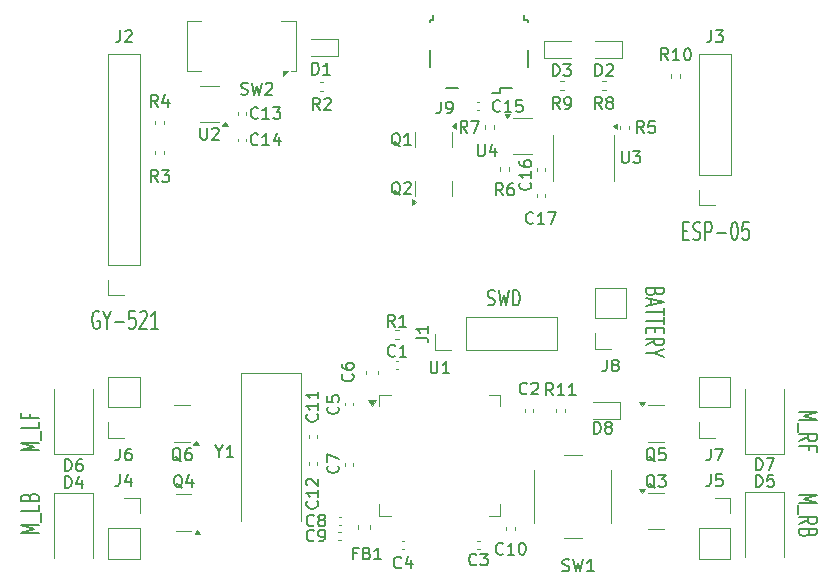
<source format=gbr>
%TF.GenerationSoftware,KiCad,Pcbnew,9.0.4*%
%TF.CreationDate,2025-11-28T16:57:24+01:00*%
%TF.ProjectId,Drone_PCB,44726f6e-655f-4504-9342-2e6b69636164,rev?*%
%TF.SameCoordinates,Original*%
%TF.FileFunction,Legend,Top*%
%TF.FilePolarity,Positive*%
%FSLAX46Y46*%
G04 Gerber Fmt 4.6, Leading zero omitted, Abs format (unit mm)*
G04 Created by KiCad (PCBNEW 9.0.4) date 2025-11-28 16:57:24*
%MOMM*%
%LPD*%
G01*
G04 APERTURE LIST*
%ADD10C,0.200000*%
%ADD11C,0.150000*%
%ADD12C,0.120000*%
G04 APERTURE END LIST*
D10*
X40306028Y-96130326D02*
X38806028Y-96130326D01*
X38806028Y-96130326D02*
X39877457Y-95796993D01*
X39877457Y-95796993D02*
X38806028Y-95463660D01*
X38806028Y-95463660D02*
X40306028Y-95463660D01*
X40448885Y-95225565D02*
X40448885Y-94463660D01*
X40306028Y-93749374D02*
X40306028Y-94225564D01*
X40306028Y-94225564D02*
X38806028Y-94225564D01*
X39520314Y-93082707D02*
X39591742Y-92939850D01*
X39591742Y-92939850D02*
X39663171Y-92892231D01*
X39663171Y-92892231D02*
X39806028Y-92844612D01*
X39806028Y-92844612D02*
X40020314Y-92844612D01*
X40020314Y-92844612D02*
X40163171Y-92892231D01*
X40163171Y-92892231D02*
X40234600Y-92939850D01*
X40234600Y-92939850D02*
X40306028Y-93035088D01*
X40306028Y-93035088D02*
X40306028Y-93416040D01*
X40306028Y-93416040D02*
X38806028Y-93416040D01*
X38806028Y-93416040D02*
X38806028Y-93082707D01*
X38806028Y-93082707D02*
X38877457Y-92987469D01*
X38877457Y-92987469D02*
X38948885Y-92939850D01*
X38948885Y-92939850D02*
X39091742Y-92892231D01*
X39091742Y-92892231D02*
X39234600Y-92892231D01*
X39234600Y-92892231D02*
X39377457Y-92939850D01*
X39377457Y-92939850D02*
X39448885Y-92987469D01*
X39448885Y-92987469D02*
X39520314Y-93082707D01*
X39520314Y-93082707D02*
X39520314Y-93416040D01*
X40306028Y-89130326D02*
X38806028Y-89130326D01*
X38806028Y-89130326D02*
X39877457Y-88796993D01*
X39877457Y-88796993D02*
X38806028Y-88463660D01*
X38806028Y-88463660D02*
X40306028Y-88463660D01*
X40448885Y-88225565D02*
X40448885Y-87463660D01*
X40306028Y-86749374D02*
X40306028Y-87225564D01*
X40306028Y-87225564D02*
X38806028Y-87225564D01*
X39520314Y-86082707D02*
X39520314Y-86416040D01*
X40306028Y-86416040D02*
X38806028Y-86416040D01*
X38806028Y-86416040D02*
X38806028Y-85939850D01*
X104693971Y-92869673D02*
X106193971Y-92869673D01*
X106193971Y-92869673D02*
X105122542Y-93203006D01*
X105122542Y-93203006D02*
X106193971Y-93536339D01*
X106193971Y-93536339D02*
X104693971Y-93536339D01*
X104551114Y-93774435D02*
X104551114Y-94536339D01*
X104693971Y-95345863D02*
X105408257Y-95012530D01*
X104693971Y-94774435D02*
X106193971Y-94774435D01*
X106193971Y-94774435D02*
X106193971Y-95155387D01*
X106193971Y-95155387D02*
X106122542Y-95250625D01*
X106122542Y-95250625D02*
X106051114Y-95298244D01*
X106051114Y-95298244D02*
X105908257Y-95345863D01*
X105908257Y-95345863D02*
X105693971Y-95345863D01*
X105693971Y-95345863D02*
X105551114Y-95298244D01*
X105551114Y-95298244D02*
X105479685Y-95250625D01*
X105479685Y-95250625D02*
X105408257Y-95155387D01*
X105408257Y-95155387D02*
X105408257Y-94774435D01*
X105479685Y-96107768D02*
X105408257Y-96250625D01*
X105408257Y-96250625D02*
X105336828Y-96298244D01*
X105336828Y-96298244D02*
X105193971Y-96345863D01*
X105193971Y-96345863D02*
X104979685Y-96345863D01*
X104979685Y-96345863D02*
X104836828Y-96298244D01*
X104836828Y-96298244D02*
X104765400Y-96250625D01*
X104765400Y-96250625D02*
X104693971Y-96155387D01*
X104693971Y-96155387D02*
X104693971Y-95774435D01*
X104693971Y-95774435D02*
X106193971Y-95774435D01*
X106193971Y-95774435D02*
X106193971Y-96107768D01*
X106193971Y-96107768D02*
X106122542Y-96203006D01*
X106122542Y-96203006D02*
X106051114Y-96250625D01*
X106051114Y-96250625D02*
X105908257Y-96298244D01*
X105908257Y-96298244D02*
X105765400Y-96298244D01*
X105765400Y-96298244D02*
X105622542Y-96250625D01*
X105622542Y-96250625D02*
X105551114Y-96203006D01*
X105551114Y-96203006D02*
X105479685Y-96107768D01*
X105479685Y-96107768D02*
X105479685Y-95774435D01*
X104693971Y-85869673D02*
X106193971Y-85869673D01*
X106193971Y-85869673D02*
X105122542Y-86203006D01*
X105122542Y-86203006D02*
X106193971Y-86536339D01*
X106193971Y-86536339D02*
X104693971Y-86536339D01*
X104551114Y-86774435D02*
X104551114Y-87536339D01*
X104693971Y-88345863D02*
X105408257Y-88012530D01*
X104693971Y-87774435D02*
X106193971Y-87774435D01*
X106193971Y-87774435D02*
X106193971Y-88155387D01*
X106193971Y-88155387D02*
X106122542Y-88250625D01*
X106122542Y-88250625D02*
X106051114Y-88298244D01*
X106051114Y-88298244D02*
X105908257Y-88345863D01*
X105908257Y-88345863D02*
X105693971Y-88345863D01*
X105693971Y-88345863D02*
X105551114Y-88298244D01*
X105551114Y-88298244D02*
X105479685Y-88250625D01*
X105479685Y-88250625D02*
X105408257Y-88155387D01*
X105408257Y-88155387D02*
X105408257Y-87774435D01*
X105479685Y-89107768D02*
X105479685Y-88774435D01*
X104693971Y-88774435D02*
X106193971Y-88774435D01*
X106193971Y-88774435D02*
X106193971Y-89250625D01*
X92479685Y-75703006D02*
X92408257Y-75845863D01*
X92408257Y-75845863D02*
X92336828Y-75893482D01*
X92336828Y-75893482D02*
X92193971Y-75941101D01*
X92193971Y-75941101D02*
X91979685Y-75941101D01*
X91979685Y-75941101D02*
X91836828Y-75893482D01*
X91836828Y-75893482D02*
X91765400Y-75845863D01*
X91765400Y-75845863D02*
X91693971Y-75750625D01*
X91693971Y-75750625D02*
X91693971Y-75369673D01*
X91693971Y-75369673D02*
X93193971Y-75369673D01*
X93193971Y-75369673D02*
X93193971Y-75703006D01*
X93193971Y-75703006D02*
X93122542Y-75798244D01*
X93122542Y-75798244D02*
X93051114Y-75845863D01*
X93051114Y-75845863D02*
X92908257Y-75893482D01*
X92908257Y-75893482D02*
X92765400Y-75893482D01*
X92765400Y-75893482D02*
X92622542Y-75845863D01*
X92622542Y-75845863D02*
X92551114Y-75798244D01*
X92551114Y-75798244D02*
X92479685Y-75703006D01*
X92479685Y-75703006D02*
X92479685Y-75369673D01*
X92122542Y-76322054D02*
X92122542Y-76798244D01*
X91693971Y-76226816D02*
X93193971Y-76560149D01*
X93193971Y-76560149D02*
X91693971Y-76893482D01*
X93193971Y-77083959D02*
X93193971Y-77655387D01*
X91693971Y-77369673D02*
X93193971Y-77369673D01*
X93193971Y-77845864D02*
X93193971Y-78417292D01*
X91693971Y-78131578D02*
X93193971Y-78131578D01*
X92479685Y-78750626D02*
X92479685Y-79083959D01*
X91693971Y-79226816D02*
X91693971Y-78750626D01*
X91693971Y-78750626D02*
X93193971Y-78750626D01*
X93193971Y-78750626D02*
X93193971Y-79226816D01*
X91693971Y-80226816D02*
X92408257Y-79893483D01*
X91693971Y-79655388D02*
X93193971Y-79655388D01*
X93193971Y-79655388D02*
X93193971Y-80036340D01*
X93193971Y-80036340D02*
X93122542Y-80131578D01*
X93122542Y-80131578D02*
X93051114Y-80179197D01*
X93051114Y-80179197D02*
X92908257Y-80226816D01*
X92908257Y-80226816D02*
X92693971Y-80226816D01*
X92693971Y-80226816D02*
X92551114Y-80179197D01*
X92551114Y-80179197D02*
X92479685Y-80131578D01*
X92479685Y-80131578D02*
X92408257Y-80036340D01*
X92408257Y-80036340D02*
X92408257Y-79655388D01*
X92408257Y-80845864D02*
X91693971Y-80845864D01*
X93193971Y-80512531D02*
X92408257Y-80845864D01*
X92408257Y-80845864D02*
X93193971Y-81179197D01*
X45393482Y-77377457D02*
X45298244Y-77306028D01*
X45298244Y-77306028D02*
X45155387Y-77306028D01*
X45155387Y-77306028D02*
X45012530Y-77377457D01*
X45012530Y-77377457D02*
X44917292Y-77520314D01*
X44917292Y-77520314D02*
X44869673Y-77663171D01*
X44869673Y-77663171D02*
X44822054Y-77948885D01*
X44822054Y-77948885D02*
X44822054Y-78163171D01*
X44822054Y-78163171D02*
X44869673Y-78448885D01*
X44869673Y-78448885D02*
X44917292Y-78591742D01*
X44917292Y-78591742D02*
X45012530Y-78734600D01*
X45012530Y-78734600D02*
X45155387Y-78806028D01*
X45155387Y-78806028D02*
X45250625Y-78806028D01*
X45250625Y-78806028D02*
X45393482Y-78734600D01*
X45393482Y-78734600D02*
X45441101Y-78663171D01*
X45441101Y-78663171D02*
X45441101Y-78163171D01*
X45441101Y-78163171D02*
X45250625Y-78163171D01*
X46060149Y-78091742D02*
X46060149Y-78806028D01*
X45726816Y-77306028D02*
X46060149Y-78091742D01*
X46060149Y-78091742D02*
X46393482Y-77306028D01*
X46726816Y-78234600D02*
X47488721Y-78234600D01*
X48441101Y-77306028D02*
X47964911Y-77306028D01*
X47964911Y-77306028D02*
X47917292Y-78020314D01*
X47917292Y-78020314D02*
X47964911Y-77948885D01*
X47964911Y-77948885D02*
X48060149Y-77877457D01*
X48060149Y-77877457D02*
X48298244Y-77877457D01*
X48298244Y-77877457D02*
X48393482Y-77948885D01*
X48393482Y-77948885D02*
X48441101Y-78020314D01*
X48441101Y-78020314D02*
X48488720Y-78163171D01*
X48488720Y-78163171D02*
X48488720Y-78520314D01*
X48488720Y-78520314D02*
X48441101Y-78663171D01*
X48441101Y-78663171D02*
X48393482Y-78734600D01*
X48393482Y-78734600D02*
X48298244Y-78806028D01*
X48298244Y-78806028D02*
X48060149Y-78806028D01*
X48060149Y-78806028D02*
X47964911Y-78734600D01*
X47964911Y-78734600D02*
X47917292Y-78663171D01*
X48869673Y-77448885D02*
X48917292Y-77377457D01*
X48917292Y-77377457D02*
X49012530Y-77306028D01*
X49012530Y-77306028D02*
X49250625Y-77306028D01*
X49250625Y-77306028D02*
X49345863Y-77377457D01*
X49345863Y-77377457D02*
X49393482Y-77448885D01*
X49393482Y-77448885D02*
X49441101Y-77591742D01*
X49441101Y-77591742D02*
X49441101Y-77734600D01*
X49441101Y-77734600D02*
X49393482Y-77948885D01*
X49393482Y-77948885D02*
X48822054Y-78806028D01*
X48822054Y-78806028D02*
X49441101Y-78806028D01*
X50393482Y-78806028D02*
X49822054Y-78806028D01*
X50107768Y-78806028D02*
X50107768Y-77306028D01*
X50107768Y-77306028D02*
X50012530Y-77520314D01*
X50012530Y-77520314D02*
X49917292Y-77663171D01*
X49917292Y-77663171D02*
X49822054Y-77734600D01*
X94869673Y-70520314D02*
X95203006Y-70520314D01*
X95345863Y-71306028D02*
X94869673Y-71306028D01*
X94869673Y-71306028D02*
X94869673Y-69806028D01*
X94869673Y-69806028D02*
X95345863Y-69806028D01*
X95726816Y-71234600D02*
X95869673Y-71306028D01*
X95869673Y-71306028D02*
X96107768Y-71306028D01*
X96107768Y-71306028D02*
X96203006Y-71234600D01*
X96203006Y-71234600D02*
X96250625Y-71163171D01*
X96250625Y-71163171D02*
X96298244Y-71020314D01*
X96298244Y-71020314D02*
X96298244Y-70877457D01*
X96298244Y-70877457D02*
X96250625Y-70734600D01*
X96250625Y-70734600D02*
X96203006Y-70663171D01*
X96203006Y-70663171D02*
X96107768Y-70591742D01*
X96107768Y-70591742D02*
X95917292Y-70520314D01*
X95917292Y-70520314D02*
X95822054Y-70448885D01*
X95822054Y-70448885D02*
X95774435Y-70377457D01*
X95774435Y-70377457D02*
X95726816Y-70234600D01*
X95726816Y-70234600D02*
X95726816Y-70091742D01*
X95726816Y-70091742D02*
X95774435Y-69948885D01*
X95774435Y-69948885D02*
X95822054Y-69877457D01*
X95822054Y-69877457D02*
X95917292Y-69806028D01*
X95917292Y-69806028D02*
X96155387Y-69806028D01*
X96155387Y-69806028D02*
X96298244Y-69877457D01*
X96726816Y-71306028D02*
X96726816Y-69806028D01*
X96726816Y-69806028D02*
X97107768Y-69806028D01*
X97107768Y-69806028D02*
X97203006Y-69877457D01*
X97203006Y-69877457D02*
X97250625Y-69948885D01*
X97250625Y-69948885D02*
X97298244Y-70091742D01*
X97298244Y-70091742D02*
X97298244Y-70306028D01*
X97298244Y-70306028D02*
X97250625Y-70448885D01*
X97250625Y-70448885D02*
X97203006Y-70520314D01*
X97203006Y-70520314D02*
X97107768Y-70591742D01*
X97107768Y-70591742D02*
X96726816Y-70591742D01*
X97726816Y-70734600D02*
X98488721Y-70734600D01*
X99155387Y-69806028D02*
X99250625Y-69806028D01*
X99250625Y-69806028D02*
X99345863Y-69877457D01*
X99345863Y-69877457D02*
X99393482Y-69948885D01*
X99393482Y-69948885D02*
X99441101Y-70091742D01*
X99441101Y-70091742D02*
X99488720Y-70377457D01*
X99488720Y-70377457D02*
X99488720Y-70734600D01*
X99488720Y-70734600D02*
X99441101Y-71020314D01*
X99441101Y-71020314D02*
X99393482Y-71163171D01*
X99393482Y-71163171D02*
X99345863Y-71234600D01*
X99345863Y-71234600D02*
X99250625Y-71306028D01*
X99250625Y-71306028D02*
X99155387Y-71306028D01*
X99155387Y-71306028D02*
X99060149Y-71234600D01*
X99060149Y-71234600D02*
X99012530Y-71163171D01*
X99012530Y-71163171D02*
X98964911Y-71020314D01*
X98964911Y-71020314D02*
X98917292Y-70734600D01*
X98917292Y-70734600D02*
X98917292Y-70377457D01*
X98917292Y-70377457D02*
X98964911Y-70091742D01*
X98964911Y-70091742D02*
X99012530Y-69948885D01*
X99012530Y-69948885D02*
X99060149Y-69877457D01*
X99060149Y-69877457D02*
X99155387Y-69806028D01*
X100393482Y-69806028D02*
X99917292Y-69806028D01*
X99917292Y-69806028D02*
X99869673Y-70520314D01*
X99869673Y-70520314D02*
X99917292Y-70448885D01*
X99917292Y-70448885D02*
X100012530Y-70377457D01*
X100012530Y-70377457D02*
X100250625Y-70377457D01*
X100250625Y-70377457D02*
X100345863Y-70448885D01*
X100345863Y-70448885D02*
X100393482Y-70520314D01*
X100393482Y-70520314D02*
X100441101Y-70663171D01*
X100441101Y-70663171D02*
X100441101Y-71020314D01*
X100441101Y-71020314D02*
X100393482Y-71163171D01*
X100393482Y-71163171D02*
X100345863Y-71234600D01*
X100345863Y-71234600D02*
X100250625Y-71306028D01*
X100250625Y-71306028D02*
X100012530Y-71306028D01*
X100012530Y-71306028D02*
X99917292Y-71234600D01*
X99917292Y-71234600D02*
X99869673Y-71163171D01*
X78322054Y-76777100D02*
X78464911Y-76836623D01*
X78464911Y-76836623D02*
X78703006Y-76836623D01*
X78703006Y-76836623D02*
X78798244Y-76777100D01*
X78798244Y-76777100D02*
X78845863Y-76717576D01*
X78845863Y-76717576D02*
X78893482Y-76598528D01*
X78893482Y-76598528D02*
X78893482Y-76479480D01*
X78893482Y-76479480D02*
X78845863Y-76360433D01*
X78845863Y-76360433D02*
X78798244Y-76300909D01*
X78798244Y-76300909D02*
X78703006Y-76241385D01*
X78703006Y-76241385D02*
X78512530Y-76181861D01*
X78512530Y-76181861D02*
X78417292Y-76122338D01*
X78417292Y-76122338D02*
X78369673Y-76062814D01*
X78369673Y-76062814D02*
X78322054Y-75943766D01*
X78322054Y-75943766D02*
X78322054Y-75824719D01*
X78322054Y-75824719D02*
X78369673Y-75705671D01*
X78369673Y-75705671D02*
X78417292Y-75646147D01*
X78417292Y-75646147D02*
X78512530Y-75586623D01*
X78512530Y-75586623D02*
X78750625Y-75586623D01*
X78750625Y-75586623D02*
X78893482Y-75646147D01*
X79226816Y-75586623D02*
X79464911Y-76836623D01*
X79464911Y-76836623D02*
X79655387Y-75943766D01*
X79655387Y-75943766D02*
X79845863Y-76836623D01*
X79845863Y-76836623D02*
X80083959Y-75586623D01*
X80464911Y-76836623D02*
X80464911Y-75586623D01*
X80464911Y-75586623D02*
X80703006Y-75586623D01*
X80703006Y-75586623D02*
X80845863Y-75646147D01*
X80845863Y-75646147D02*
X80941101Y-75765195D01*
X80941101Y-75765195D02*
X80988720Y-75884242D01*
X80988720Y-75884242D02*
X81036339Y-76122338D01*
X81036339Y-76122338D02*
X81036339Y-76300909D01*
X81036339Y-76300909D02*
X80988720Y-76539004D01*
X80988720Y-76539004D02*
X80941101Y-76658052D01*
X80941101Y-76658052D02*
X80845863Y-76777100D01*
X80845863Y-76777100D02*
X80703006Y-76836623D01*
X80703006Y-76836623D02*
X80464911Y-76836623D01*
D11*
X89662095Y-63792819D02*
X89662095Y-64602342D01*
X89662095Y-64602342D02*
X89709714Y-64697580D01*
X89709714Y-64697580D02*
X89757333Y-64745200D01*
X89757333Y-64745200D02*
X89852571Y-64792819D01*
X89852571Y-64792819D02*
X90043047Y-64792819D01*
X90043047Y-64792819D02*
X90138285Y-64745200D01*
X90138285Y-64745200D02*
X90185904Y-64697580D01*
X90185904Y-64697580D02*
X90233523Y-64602342D01*
X90233523Y-64602342D02*
X90233523Y-63792819D01*
X90614476Y-63792819D02*
X91233523Y-63792819D01*
X91233523Y-63792819D02*
X90900190Y-64173771D01*
X90900190Y-64173771D02*
X91043047Y-64173771D01*
X91043047Y-64173771D02*
X91138285Y-64221390D01*
X91138285Y-64221390D02*
X91185904Y-64269009D01*
X91185904Y-64269009D02*
X91233523Y-64364247D01*
X91233523Y-64364247D02*
X91233523Y-64602342D01*
X91233523Y-64602342D02*
X91185904Y-64697580D01*
X91185904Y-64697580D02*
X91138285Y-64745200D01*
X91138285Y-64745200D02*
X91043047Y-64792819D01*
X91043047Y-64792819D02*
X90757333Y-64792819D01*
X90757333Y-64792819D02*
X90662095Y-64745200D01*
X90662095Y-64745200D02*
X90614476Y-64697580D01*
X83818405Y-57426819D02*
X83818405Y-56426819D01*
X83818405Y-56426819D02*
X84056500Y-56426819D01*
X84056500Y-56426819D02*
X84199357Y-56474438D01*
X84199357Y-56474438D02*
X84294595Y-56569676D01*
X84294595Y-56569676D02*
X84342214Y-56664914D01*
X84342214Y-56664914D02*
X84389833Y-56855390D01*
X84389833Y-56855390D02*
X84389833Y-56998247D01*
X84389833Y-56998247D02*
X84342214Y-57188723D01*
X84342214Y-57188723D02*
X84294595Y-57283961D01*
X84294595Y-57283961D02*
X84199357Y-57379200D01*
X84199357Y-57379200D02*
X84056500Y-57426819D01*
X84056500Y-57426819D02*
X83818405Y-57426819D01*
X84723167Y-56426819D02*
X85342214Y-56426819D01*
X85342214Y-56426819D02*
X85008881Y-56807771D01*
X85008881Y-56807771D02*
X85151738Y-56807771D01*
X85151738Y-56807771D02*
X85246976Y-56855390D01*
X85246976Y-56855390D02*
X85294595Y-56903009D01*
X85294595Y-56903009D02*
X85342214Y-56998247D01*
X85342214Y-56998247D02*
X85342214Y-57236342D01*
X85342214Y-57236342D02*
X85294595Y-57331580D01*
X85294595Y-57331580D02*
X85246976Y-57379200D01*
X85246976Y-57379200D02*
X85151738Y-57426819D01*
X85151738Y-57426819D02*
X84866024Y-57426819D01*
X84866024Y-57426819D02*
X84770786Y-57379200D01*
X84770786Y-57379200D02*
X84723167Y-57331580D01*
X91527333Y-62252819D02*
X91194000Y-61776628D01*
X90955905Y-62252819D02*
X90955905Y-61252819D01*
X90955905Y-61252819D02*
X91336857Y-61252819D01*
X91336857Y-61252819D02*
X91432095Y-61300438D01*
X91432095Y-61300438D02*
X91479714Y-61348057D01*
X91479714Y-61348057D02*
X91527333Y-61443295D01*
X91527333Y-61443295D02*
X91527333Y-61586152D01*
X91527333Y-61586152D02*
X91479714Y-61681390D01*
X91479714Y-61681390D02*
X91432095Y-61729009D01*
X91432095Y-61729009D02*
X91336857Y-61776628D01*
X91336857Y-61776628D02*
X90955905Y-61776628D01*
X92432095Y-61252819D02*
X91955905Y-61252819D01*
X91955905Y-61252819D02*
X91908286Y-61729009D01*
X91908286Y-61729009D02*
X91955905Y-61681390D01*
X91955905Y-61681390D02*
X92051143Y-61633771D01*
X92051143Y-61633771D02*
X92289238Y-61633771D01*
X92289238Y-61633771D02*
X92384476Y-61681390D01*
X92384476Y-61681390D02*
X92432095Y-61729009D01*
X92432095Y-61729009D02*
X92479714Y-61824247D01*
X92479714Y-61824247D02*
X92479714Y-62062342D01*
X92479714Y-62062342D02*
X92432095Y-62157580D01*
X92432095Y-62157580D02*
X92384476Y-62205200D01*
X92384476Y-62205200D02*
X92289238Y-62252819D01*
X92289238Y-62252819D02*
X92051143Y-62252819D01*
X92051143Y-62252819D02*
X91955905Y-62205200D01*
X91955905Y-62205200D02*
X91908286Y-62157580D01*
X82161142Y-69859580D02*
X82113523Y-69907200D01*
X82113523Y-69907200D02*
X81970666Y-69954819D01*
X81970666Y-69954819D02*
X81875428Y-69954819D01*
X81875428Y-69954819D02*
X81732571Y-69907200D01*
X81732571Y-69907200D02*
X81637333Y-69811961D01*
X81637333Y-69811961D02*
X81589714Y-69716723D01*
X81589714Y-69716723D02*
X81542095Y-69526247D01*
X81542095Y-69526247D02*
X81542095Y-69383390D01*
X81542095Y-69383390D02*
X81589714Y-69192914D01*
X81589714Y-69192914D02*
X81637333Y-69097676D01*
X81637333Y-69097676D02*
X81732571Y-69002438D01*
X81732571Y-69002438D02*
X81875428Y-68954819D01*
X81875428Y-68954819D02*
X81970666Y-68954819D01*
X81970666Y-68954819D02*
X82113523Y-69002438D01*
X82113523Y-69002438D02*
X82161142Y-69050057D01*
X83113523Y-69954819D02*
X82542095Y-69954819D01*
X82827809Y-69954819D02*
X82827809Y-68954819D01*
X82827809Y-68954819D02*
X82732571Y-69097676D01*
X82732571Y-69097676D02*
X82637333Y-69192914D01*
X82637333Y-69192914D02*
X82542095Y-69240533D01*
X83446857Y-68954819D02*
X84113523Y-68954819D01*
X84113523Y-68954819D02*
X83684952Y-69954819D01*
X67238666Y-97825009D02*
X66905333Y-97825009D01*
X66905333Y-98348819D02*
X66905333Y-97348819D01*
X66905333Y-97348819D02*
X67381523Y-97348819D01*
X68095809Y-97825009D02*
X68238666Y-97872628D01*
X68238666Y-97872628D02*
X68286285Y-97920247D01*
X68286285Y-97920247D02*
X68333904Y-98015485D01*
X68333904Y-98015485D02*
X68333904Y-98158342D01*
X68333904Y-98158342D02*
X68286285Y-98253580D01*
X68286285Y-98253580D02*
X68238666Y-98301200D01*
X68238666Y-98301200D02*
X68143428Y-98348819D01*
X68143428Y-98348819D02*
X67762476Y-98348819D01*
X67762476Y-98348819D02*
X67762476Y-97348819D01*
X67762476Y-97348819D02*
X68095809Y-97348819D01*
X68095809Y-97348819D02*
X68191047Y-97396438D01*
X68191047Y-97396438D02*
X68238666Y-97444057D01*
X68238666Y-97444057D02*
X68286285Y-97539295D01*
X68286285Y-97539295D02*
X68286285Y-97634533D01*
X68286285Y-97634533D02*
X68238666Y-97729771D01*
X68238666Y-97729771D02*
X68191047Y-97777390D01*
X68191047Y-97777390D02*
X68095809Y-97825009D01*
X68095809Y-97825009D02*
X67762476Y-97825009D01*
X69286285Y-98348819D02*
X68714857Y-98348819D01*
X69000571Y-98348819D02*
X69000571Y-97348819D01*
X69000571Y-97348819D02*
X68905333Y-97491676D01*
X68905333Y-97491676D02*
X68810095Y-97586914D01*
X68810095Y-97586914D02*
X68714857Y-97634533D01*
X47189666Y-53556819D02*
X47189666Y-54271104D01*
X47189666Y-54271104D02*
X47142047Y-54413961D01*
X47142047Y-54413961D02*
X47046809Y-54509200D01*
X47046809Y-54509200D02*
X46903952Y-54556819D01*
X46903952Y-54556819D02*
X46808714Y-54556819D01*
X47618238Y-53652057D02*
X47665857Y-53604438D01*
X47665857Y-53604438D02*
X47761095Y-53556819D01*
X47761095Y-53556819D02*
X47999190Y-53556819D01*
X47999190Y-53556819D02*
X48094428Y-53604438D01*
X48094428Y-53604438D02*
X48142047Y-53652057D01*
X48142047Y-53652057D02*
X48189666Y-53747295D01*
X48189666Y-53747295D02*
X48189666Y-53842533D01*
X48189666Y-53842533D02*
X48142047Y-53985390D01*
X48142047Y-53985390D02*
X47570619Y-54556819D01*
X47570619Y-54556819D02*
X48189666Y-54556819D01*
X92467261Y-92300057D02*
X92372023Y-92252438D01*
X92372023Y-92252438D02*
X92276785Y-92157200D01*
X92276785Y-92157200D02*
X92133928Y-92014342D01*
X92133928Y-92014342D02*
X92038690Y-91966723D01*
X92038690Y-91966723D02*
X91943452Y-91966723D01*
X91991071Y-92204819D02*
X91895833Y-92157200D01*
X91895833Y-92157200D02*
X91800595Y-92061961D01*
X91800595Y-92061961D02*
X91752976Y-91871485D01*
X91752976Y-91871485D02*
X91752976Y-91538152D01*
X91752976Y-91538152D02*
X91800595Y-91347676D01*
X91800595Y-91347676D02*
X91895833Y-91252438D01*
X91895833Y-91252438D02*
X91991071Y-91204819D01*
X91991071Y-91204819D02*
X92181547Y-91204819D01*
X92181547Y-91204819D02*
X92276785Y-91252438D01*
X92276785Y-91252438D02*
X92372023Y-91347676D01*
X92372023Y-91347676D02*
X92419642Y-91538152D01*
X92419642Y-91538152D02*
X92419642Y-91871485D01*
X92419642Y-91871485D02*
X92372023Y-92061961D01*
X92372023Y-92061961D02*
X92276785Y-92157200D01*
X92276785Y-92157200D02*
X92181547Y-92204819D01*
X92181547Y-92204819D02*
X91991071Y-92204819D01*
X92752976Y-91204819D02*
X93372023Y-91204819D01*
X93372023Y-91204819D02*
X93038690Y-91585771D01*
X93038690Y-91585771D02*
X93181547Y-91585771D01*
X93181547Y-91585771D02*
X93276785Y-91633390D01*
X93276785Y-91633390D02*
X93324404Y-91681009D01*
X93324404Y-91681009D02*
X93372023Y-91776247D01*
X93372023Y-91776247D02*
X93372023Y-92014342D01*
X93372023Y-92014342D02*
X93324404Y-92109580D01*
X93324404Y-92109580D02*
X93276785Y-92157200D01*
X93276785Y-92157200D02*
X93181547Y-92204819D01*
X93181547Y-92204819D02*
X92895833Y-92204819D01*
X92895833Y-92204819D02*
X92800595Y-92157200D01*
X92800595Y-92157200D02*
X92752976Y-92109580D01*
X88391666Y-81434819D02*
X88391666Y-82149104D01*
X88391666Y-82149104D02*
X88344047Y-82291961D01*
X88344047Y-82291961D02*
X88248809Y-82387200D01*
X88248809Y-82387200D02*
X88105952Y-82434819D01*
X88105952Y-82434819D02*
X88010714Y-82434819D01*
X89010714Y-81863390D02*
X88915476Y-81815771D01*
X88915476Y-81815771D02*
X88867857Y-81768152D01*
X88867857Y-81768152D02*
X88820238Y-81672914D01*
X88820238Y-81672914D02*
X88820238Y-81625295D01*
X88820238Y-81625295D02*
X88867857Y-81530057D01*
X88867857Y-81530057D02*
X88915476Y-81482438D01*
X88915476Y-81482438D02*
X89010714Y-81434819D01*
X89010714Y-81434819D02*
X89201190Y-81434819D01*
X89201190Y-81434819D02*
X89296428Y-81482438D01*
X89296428Y-81482438D02*
X89344047Y-81530057D01*
X89344047Y-81530057D02*
X89391666Y-81625295D01*
X89391666Y-81625295D02*
X89391666Y-81672914D01*
X89391666Y-81672914D02*
X89344047Y-81768152D01*
X89344047Y-81768152D02*
X89296428Y-81815771D01*
X89296428Y-81815771D02*
X89201190Y-81863390D01*
X89201190Y-81863390D02*
X89010714Y-81863390D01*
X89010714Y-81863390D02*
X88915476Y-81911009D01*
X88915476Y-81911009D02*
X88867857Y-81958628D01*
X88867857Y-81958628D02*
X88820238Y-82053866D01*
X88820238Y-82053866D02*
X88820238Y-82244342D01*
X88820238Y-82244342D02*
X88867857Y-82339580D01*
X88867857Y-82339580D02*
X88915476Y-82387200D01*
X88915476Y-82387200D02*
X89010714Y-82434819D01*
X89010714Y-82434819D02*
X89201190Y-82434819D01*
X89201190Y-82434819D02*
X89296428Y-82387200D01*
X89296428Y-82387200D02*
X89344047Y-82339580D01*
X89344047Y-82339580D02*
X89391666Y-82244342D01*
X89391666Y-82244342D02*
X89391666Y-82053866D01*
X89391666Y-82053866D02*
X89344047Y-81958628D01*
X89344047Y-81958628D02*
X89296428Y-81911009D01*
X89296428Y-81911009D02*
X89201190Y-81863390D01*
X81621333Y-84283580D02*
X81573714Y-84331200D01*
X81573714Y-84331200D02*
X81430857Y-84378819D01*
X81430857Y-84378819D02*
X81335619Y-84378819D01*
X81335619Y-84378819D02*
X81192762Y-84331200D01*
X81192762Y-84331200D02*
X81097524Y-84235961D01*
X81097524Y-84235961D02*
X81049905Y-84140723D01*
X81049905Y-84140723D02*
X81002286Y-83950247D01*
X81002286Y-83950247D02*
X81002286Y-83807390D01*
X81002286Y-83807390D02*
X81049905Y-83616914D01*
X81049905Y-83616914D02*
X81097524Y-83521676D01*
X81097524Y-83521676D02*
X81192762Y-83426438D01*
X81192762Y-83426438D02*
X81335619Y-83378819D01*
X81335619Y-83378819D02*
X81430857Y-83378819D01*
X81430857Y-83378819D02*
X81573714Y-83426438D01*
X81573714Y-83426438D02*
X81621333Y-83474057D01*
X82002286Y-83474057D02*
X82049905Y-83426438D01*
X82049905Y-83426438D02*
X82145143Y-83378819D01*
X82145143Y-83378819D02*
X82383238Y-83378819D01*
X82383238Y-83378819D02*
X82478476Y-83426438D01*
X82478476Y-83426438D02*
X82526095Y-83474057D01*
X82526095Y-83474057D02*
X82573714Y-83569295D01*
X82573714Y-83569295D02*
X82573714Y-83664533D01*
X82573714Y-83664533D02*
X82526095Y-83807390D01*
X82526095Y-83807390D02*
X81954667Y-84378819D01*
X81954667Y-84378819D02*
X82573714Y-84378819D01*
X81893580Y-66444857D02*
X81941200Y-66492476D01*
X81941200Y-66492476D02*
X81988819Y-66635333D01*
X81988819Y-66635333D02*
X81988819Y-66730571D01*
X81988819Y-66730571D02*
X81941200Y-66873428D01*
X81941200Y-66873428D02*
X81845961Y-66968666D01*
X81845961Y-66968666D02*
X81750723Y-67016285D01*
X81750723Y-67016285D02*
X81560247Y-67063904D01*
X81560247Y-67063904D02*
X81417390Y-67063904D01*
X81417390Y-67063904D02*
X81226914Y-67016285D01*
X81226914Y-67016285D02*
X81131676Y-66968666D01*
X81131676Y-66968666D02*
X81036438Y-66873428D01*
X81036438Y-66873428D02*
X80988819Y-66730571D01*
X80988819Y-66730571D02*
X80988819Y-66635333D01*
X80988819Y-66635333D02*
X81036438Y-66492476D01*
X81036438Y-66492476D02*
X81084057Y-66444857D01*
X81988819Y-65492476D02*
X81988819Y-66063904D01*
X81988819Y-65778190D02*
X80988819Y-65778190D01*
X80988819Y-65778190D02*
X81131676Y-65873428D01*
X81131676Y-65873428D02*
X81226914Y-65968666D01*
X81226914Y-65968666D02*
X81274533Y-66063904D01*
X80988819Y-64635333D02*
X80988819Y-64825809D01*
X80988819Y-64825809D02*
X81036438Y-64921047D01*
X81036438Y-64921047D02*
X81084057Y-64968666D01*
X81084057Y-64968666D02*
X81226914Y-65063904D01*
X81226914Y-65063904D02*
X81417390Y-65111523D01*
X81417390Y-65111523D02*
X81798342Y-65111523D01*
X81798342Y-65111523D02*
X81893580Y-65063904D01*
X81893580Y-65063904D02*
X81941200Y-65016285D01*
X81941200Y-65016285D02*
X81988819Y-64921047D01*
X81988819Y-64921047D02*
X81988819Y-64730571D01*
X81988819Y-64730571D02*
X81941200Y-64635333D01*
X81941200Y-64635333D02*
X81893580Y-64587714D01*
X81893580Y-64587714D02*
X81798342Y-64540095D01*
X81798342Y-64540095D02*
X81560247Y-64540095D01*
X81560247Y-64540095D02*
X81465009Y-64587714D01*
X81465009Y-64587714D02*
X81417390Y-64635333D01*
X81417390Y-64635333D02*
X81369771Y-64730571D01*
X81369771Y-64730571D02*
X81369771Y-64921047D01*
X81369771Y-64921047D02*
X81417390Y-65016285D01*
X81417390Y-65016285D02*
X81465009Y-65063904D01*
X81465009Y-65063904D02*
X81560247Y-65111523D01*
X47166666Y-88974819D02*
X47166666Y-89689104D01*
X47166666Y-89689104D02*
X47119047Y-89831961D01*
X47119047Y-89831961D02*
X47023809Y-89927200D01*
X47023809Y-89927200D02*
X46880952Y-89974819D01*
X46880952Y-89974819D02*
X46785714Y-89974819D01*
X48071428Y-88974819D02*
X47880952Y-88974819D01*
X47880952Y-88974819D02*
X47785714Y-89022438D01*
X47785714Y-89022438D02*
X47738095Y-89070057D01*
X47738095Y-89070057D02*
X47642857Y-89212914D01*
X47642857Y-89212914D02*
X47595238Y-89403390D01*
X47595238Y-89403390D02*
X47595238Y-89784342D01*
X47595238Y-89784342D02*
X47642857Y-89879580D01*
X47642857Y-89879580D02*
X47690476Y-89927200D01*
X47690476Y-89927200D02*
X47785714Y-89974819D01*
X47785714Y-89974819D02*
X47976190Y-89974819D01*
X47976190Y-89974819D02*
X48071428Y-89927200D01*
X48071428Y-89927200D02*
X48119047Y-89879580D01*
X48119047Y-89879580D02*
X48166666Y-89784342D01*
X48166666Y-89784342D02*
X48166666Y-89546247D01*
X48166666Y-89546247D02*
X48119047Y-89451009D01*
X48119047Y-89451009D02*
X48071428Y-89403390D01*
X48071428Y-89403390D02*
X47976190Y-89355771D01*
X47976190Y-89355771D02*
X47785714Y-89355771D01*
X47785714Y-89355771D02*
X47690476Y-89403390D01*
X47690476Y-89403390D02*
X47642857Y-89451009D01*
X47642857Y-89451009D02*
X47595238Y-89546247D01*
X92467261Y-90050057D02*
X92372023Y-90002438D01*
X92372023Y-90002438D02*
X92276785Y-89907200D01*
X92276785Y-89907200D02*
X92133928Y-89764342D01*
X92133928Y-89764342D02*
X92038690Y-89716723D01*
X92038690Y-89716723D02*
X91943452Y-89716723D01*
X91991071Y-89954819D02*
X91895833Y-89907200D01*
X91895833Y-89907200D02*
X91800595Y-89811961D01*
X91800595Y-89811961D02*
X91752976Y-89621485D01*
X91752976Y-89621485D02*
X91752976Y-89288152D01*
X91752976Y-89288152D02*
X91800595Y-89097676D01*
X91800595Y-89097676D02*
X91895833Y-89002438D01*
X91895833Y-89002438D02*
X91991071Y-88954819D01*
X91991071Y-88954819D02*
X92181547Y-88954819D01*
X92181547Y-88954819D02*
X92276785Y-89002438D01*
X92276785Y-89002438D02*
X92372023Y-89097676D01*
X92372023Y-89097676D02*
X92419642Y-89288152D01*
X92419642Y-89288152D02*
X92419642Y-89621485D01*
X92419642Y-89621485D02*
X92372023Y-89811961D01*
X92372023Y-89811961D02*
X92276785Y-89907200D01*
X92276785Y-89907200D02*
X92181547Y-89954819D01*
X92181547Y-89954819D02*
X91991071Y-89954819D01*
X93324404Y-88954819D02*
X92848214Y-88954819D01*
X92848214Y-88954819D02*
X92800595Y-89431009D01*
X92800595Y-89431009D02*
X92848214Y-89383390D01*
X92848214Y-89383390D02*
X92943452Y-89335771D01*
X92943452Y-89335771D02*
X93181547Y-89335771D01*
X93181547Y-89335771D02*
X93276785Y-89383390D01*
X93276785Y-89383390D02*
X93324404Y-89431009D01*
X93324404Y-89431009D02*
X93372023Y-89526247D01*
X93372023Y-89526247D02*
X93372023Y-89764342D01*
X93372023Y-89764342D02*
X93324404Y-89859580D01*
X93324404Y-89859580D02*
X93276785Y-89907200D01*
X93276785Y-89907200D02*
X93181547Y-89954819D01*
X93181547Y-89954819D02*
X92943452Y-89954819D01*
X92943452Y-89954819D02*
X92848214Y-89907200D01*
X92848214Y-89907200D02*
X92800595Y-89859580D01*
X93591142Y-56080819D02*
X93257809Y-55604628D01*
X93019714Y-56080819D02*
X93019714Y-55080819D01*
X93019714Y-55080819D02*
X93400666Y-55080819D01*
X93400666Y-55080819D02*
X93495904Y-55128438D01*
X93495904Y-55128438D02*
X93543523Y-55176057D01*
X93543523Y-55176057D02*
X93591142Y-55271295D01*
X93591142Y-55271295D02*
X93591142Y-55414152D01*
X93591142Y-55414152D02*
X93543523Y-55509390D01*
X93543523Y-55509390D02*
X93495904Y-55557009D01*
X93495904Y-55557009D02*
X93400666Y-55604628D01*
X93400666Y-55604628D02*
X93019714Y-55604628D01*
X94543523Y-56080819D02*
X93972095Y-56080819D01*
X94257809Y-56080819D02*
X94257809Y-55080819D01*
X94257809Y-55080819D02*
X94162571Y-55223676D01*
X94162571Y-55223676D02*
X94067333Y-55318914D01*
X94067333Y-55318914D02*
X93972095Y-55366533D01*
X95162571Y-55080819D02*
X95257809Y-55080819D01*
X95257809Y-55080819D02*
X95353047Y-55128438D01*
X95353047Y-55128438D02*
X95400666Y-55176057D01*
X95400666Y-55176057D02*
X95448285Y-55271295D01*
X95448285Y-55271295D02*
X95495904Y-55461771D01*
X95495904Y-55461771D02*
X95495904Y-55699866D01*
X95495904Y-55699866D02*
X95448285Y-55890342D01*
X95448285Y-55890342D02*
X95400666Y-55985580D01*
X95400666Y-55985580D02*
X95353047Y-56033200D01*
X95353047Y-56033200D02*
X95257809Y-56080819D01*
X95257809Y-56080819D02*
X95162571Y-56080819D01*
X95162571Y-56080819D02*
X95067333Y-56033200D01*
X95067333Y-56033200D02*
X95019714Y-55985580D01*
X95019714Y-55985580D02*
X94972095Y-55890342D01*
X94972095Y-55890342D02*
X94924476Y-55699866D01*
X94924476Y-55699866D02*
X94924476Y-55461771D01*
X94924476Y-55461771D02*
X94972095Y-55271295D01*
X94972095Y-55271295D02*
X95019714Y-55176057D01*
X95019714Y-55176057D02*
X95067333Y-55128438D01*
X95067333Y-55128438D02*
X95162571Y-55080819D01*
X70473333Y-81091580D02*
X70425714Y-81139200D01*
X70425714Y-81139200D02*
X70282857Y-81186819D01*
X70282857Y-81186819D02*
X70187619Y-81186819D01*
X70187619Y-81186819D02*
X70044762Y-81139200D01*
X70044762Y-81139200D02*
X69949524Y-81043961D01*
X69949524Y-81043961D02*
X69901905Y-80948723D01*
X69901905Y-80948723D02*
X69854286Y-80758247D01*
X69854286Y-80758247D02*
X69854286Y-80615390D01*
X69854286Y-80615390D02*
X69901905Y-80424914D01*
X69901905Y-80424914D02*
X69949524Y-80329676D01*
X69949524Y-80329676D02*
X70044762Y-80234438D01*
X70044762Y-80234438D02*
X70187619Y-80186819D01*
X70187619Y-80186819D02*
X70282857Y-80186819D01*
X70282857Y-80186819D02*
X70425714Y-80234438D01*
X70425714Y-80234438D02*
X70473333Y-80282057D01*
X71425714Y-81186819D02*
X70854286Y-81186819D01*
X71140000Y-81186819D02*
X71140000Y-80186819D01*
X71140000Y-80186819D02*
X71044762Y-80329676D01*
X71044762Y-80329676D02*
X70949524Y-80424914D01*
X70949524Y-80424914D02*
X70854286Y-80472533D01*
X72258819Y-79581333D02*
X72973104Y-79581333D01*
X72973104Y-79581333D02*
X73115961Y-79628952D01*
X73115961Y-79628952D02*
X73211200Y-79724190D01*
X73211200Y-79724190D02*
X73258819Y-79867047D01*
X73258819Y-79867047D02*
X73258819Y-79962285D01*
X73258819Y-78581333D02*
X73258819Y-79152761D01*
X73258819Y-78867047D02*
X72258819Y-78867047D01*
X72258819Y-78867047D02*
X72401676Y-78962285D01*
X72401676Y-78962285D02*
X72496914Y-79057523D01*
X72496914Y-79057523D02*
X72544533Y-79152761D01*
X83857142Y-84454819D02*
X83523809Y-83978628D01*
X83285714Y-84454819D02*
X83285714Y-83454819D01*
X83285714Y-83454819D02*
X83666666Y-83454819D01*
X83666666Y-83454819D02*
X83761904Y-83502438D01*
X83761904Y-83502438D02*
X83809523Y-83550057D01*
X83809523Y-83550057D02*
X83857142Y-83645295D01*
X83857142Y-83645295D02*
X83857142Y-83788152D01*
X83857142Y-83788152D02*
X83809523Y-83883390D01*
X83809523Y-83883390D02*
X83761904Y-83931009D01*
X83761904Y-83931009D02*
X83666666Y-83978628D01*
X83666666Y-83978628D02*
X83285714Y-83978628D01*
X84809523Y-84454819D02*
X84238095Y-84454819D01*
X84523809Y-84454819D02*
X84523809Y-83454819D01*
X84523809Y-83454819D02*
X84428571Y-83597676D01*
X84428571Y-83597676D02*
X84333333Y-83692914D01*
X84333333Y-83692914D02*
X84238095Y-83740533D01*
X85761904Y-84454819D02*
X85190476Y-84454819D01*
X85476190Y-84454819D02*
X85476190Y-83454819D01*
X85476190Y-83454819D02*
X85380952Y-83597676D01*
X85380952Y-83597676D02*
X85285714Y-83692914D01*
X85285714Y-83692914D02*
X85190476Y-83740533D01*
X70443333Y-78636819D02*
X70110000Y-78160628D01*
X69871905Y-78636819D02*
X69871905Y-77636819D01*
X69871905Y-77636819D02*
X70252857Y-77636819D01*
X70252857Y-77636819D02*
X70348095Y-77684438D01*
X70348095Y-77684438D02*
X70395714Y-77732057D01*
X70395714Y-77732057D02*
X70443333Y-77827295D01*
X70443333Y-77827295D02*
X70443333Y-77970152D01*
X70443333Y-77970152D02*
X70395714Y-78065390D01*
X70395714Y-78065390D02*
X70348095Y-78113009D01*
X70348095Y-78113009D02*
X70252857Y-78160628D01*
X70252857Y-78160628D02*
X69871905Y-78160628D01*
X71395714Y-78636819D02*
X70824286Y-78636819D01*
X71110000Y-78636819D02*
X71110000Y-77636819D01*
X71110000Y-77636819D02*
X71014762Y-77779676D01*
X71014762Y-77779676D02*
X70919524Y-77874914D01*
X70919524Y-77874914D02*
X70824286Y-77922533D01*
X63587333Y-95459580D02*
X63539714Y-95507200D01*
X63539714Y-95507200D02*
X63396857Y-95554819D01*
X63396857Y-95554819D02*
X63301619Y-95554819D01*
X63301619Y-95554819D02*
X63158762Y-95507200D01*
X63158762Y-95507200D02*
X63063524Y-95411961D01*
X63063524Y-95411961D02*
X63015905Y-95316723D01*
X63015905Y-95316723D02*
X62968286Y-95126247D01*
X62968286Y-95126247D02*
X62968286Y-94983390D01*
X62968286Y-94983390D02*
X63015905Y-94792914D01*
X63015905Y-94792914D02*
X63063524Y-94697676D01*
X63063524Y-94697676D02*
X63158762Y-94602438D01*
X63158762Y-94602438D02*
X63301619Y-94554819D01*
X63301619Y-94554819D02*
X63396857Y-94554819D01*
X63396857Y-94554819D02*
X63539714Y-94602438D01*
X63539714Y-94602438D02*
X63587333Y-94650057D01*
X64158762Y-94983390D02*
X64063524Y-94935771D01*
X64063524Y-94935771D02*
X64015905Y-94888152D01*
X64015905Y-94888152D02*
X63968286Y-94792914D01*
X63968286Y-94792914D02*
X63968286Y-94745295D01*
X63968286Y-94745295D02*
X64015905Y-94650057D01*
X64015905Y-94650057D02*
X64063524Y-94602438D01*
X64063524Y-94602438D02*
X64158762Y-94554819D01*
X64158762Y-94554819D02*
X64349238Y-94554819D01*
X64349238Y-94554819D02*
X64444476Y-94602438D01*
X64444476Y-94602438D02*
X64492095Y-94650057D01*
X64492095Y-94650057D02*
X64539714Y-94745295D01*
X64539714Y-94745295D02*
X64539714Y-94792914D01*
X64539714Y-94792914D02*
X64492095Y-94888152D01*
X64492095Y-94888152D02*
X64444476Y-94935771D01*
X64444476Y-94935771D02*
X64349238Y-94983390D01*
X64349238Y-94983390D02*
X64158762Y-94983390D01*
X64158762Y-94983390D02*
X64063524Y-95031009D01*
X64063524Y-95031009D02*
X64015905Y-95078628D01*
X64015905Y-95078628D02*
X63968286Y-95173866D01*
X63968286Y-95173866D02*
X63968286Y-95364342D01*
X63968286Y-95364342D02*
X64015905Y-95459580D01*
X64015905Y-95459580D02*
X64063524Y-95507200D01*
X64063524Y-95507200D02*
X64158762Y-95554819D01*
X64158762Y-95554819D02*
X64349238Y-95554819D01*
X64349238Y-95554819D02*
X64444476Y-95507200D01*
X64444476Y-95507200D02*
X64492095Y-95459580D01*
X64492095Y-95459580D02*
X64539714Y-95364342D01*
X64539714Y-95364342D02*
X64539714Y-95173866D01*
X64539714Y-95173866D02*
X64492095Y-95078628D01*
X64492095Y-95078628D02*
X64444476Y-95031009D01*
X64444476Y-95031009D02*
X64349238Y-94983390D01*
X97191666Y-91144819D02*
X97191666Y-91859104D01*
X97191666Y-91859104D02*
X97144047Y-92001961D01*
X97144047Y-92001961D02*
X97048809Y-92097200D01*
X97048809Y-92097200D02*
X96905952Y-92144819D01*
X96905952Y-92144819D02*
X96810714Y-92144819D01*
X98144047Y-91144819D02*
X97667857Y-91144819D01*
X97667857Y-91144819D02*
X97620238Y-91621009D01*
X97620238Y-91621009D02*
X97667857Y-91573390D01*
X97667857Y-91573390D02*
X97763095Y-91525771D01*
X97763095Y-91525771D02*
X98001190Y-91525771D01*
X98001190Y-91525771D02*
X98096428Y-91573390D01*
X98096428Y-91573390D02*
X98144047Y-91621009D01*
X98144047Y-91621009D02*
X98191666Y-91716247D01*
X98191666Y-91716247D02*
X98191666Y-91954342D01*
X98191666Y-91954342D02*
X98144047Y-92049580D01*
X98144047Y-92049580D02*
X98096428Y-92097200D01*
X98096428Y-92097200D02*
X98001190Y-92144819D01*
X98001190Y-92144819D02*
X97763095Y-92144819D01*
X97763095Y-92144819D02*
X97667857Y-92097200D01*
X97667857Y-92097200D02*
X97620238Y-92049580D01*
X101011905Y-90804819D02*
X101011905Y-89804819D01*
X101011905Y-89804819D02*
X101250000Y-89804819D01*
X101250000Y-89804819D02*
X101392857Y-89852438D01*
X101392857Y-89852438D02*
X101488095Y-89947676D01*
X101488095Y-89947676D02*
X101535714Y-90042914D01*
X101535714Y-90042914D02*
X101583333Y-90233390D01*
X101583333Y-90233390D02*
X101583333Y-90376247D01*
X101583333Y-90376247D02*
X101535714Y-90566723D01*
X101535714Y-90566723D02*
X101488095Y-90661961D01*
X101488095Y-90661961D02*
X101392857Y-90757200D01*
X101392857Y-90757200D02*
X101250000Y-90804819D01*
X101250000Y-90804819D02*
X101011905Y-90804819D01*
X101916667Y-89804819D02*
X102583333Y-89804819D01*
X102583333Y-89804819D02*
X102154762Y-90804819D01*
X76583333Y-62218819D02*
X76250000Y-61742628D01*
X76011905Y-62218819D02*
X76011905Y-61218819D01*
X76011905Y-61218819D02*
X76392857Y-61218819D01*
X76392857Y-61218819D02*
X76488095Y-61266438D01*
X76488095Y-61266438D02*
X76535714Y-61314057D01*
X76535714Y-61314057D02*
X76583333Y-61409295D01*
X76583333Y-61409295D02*
X76583333Y-61552152D01*
X76583333Y-61552152D02*
X76535714Y-61647390D01*
X76535714Y-61647390D02*
X76488095Y-61695009D01*
X76488095Y-61695009D02*
X76392857Y-61742628D01*
X76392857Y-61742628D02*
X76011905Y-61742628D01*
X76916667Y-61218819D02*
X77583333Y-61218819D01*
X77583333Y-61218819D02*
X77154762Y-62218819D01*
X79357142Y-60363580D02*
X79309523Y-60411200D01*
X79309523Y-60411200D02*
X79166666Y-60458819D01*
X79166666Y-60458819D02*
X79071428Y-60458819D01*
X79071428Y-60458819D02*
X78928571Y-60411200D01*
X78928571Y-60411200D02*
X78833333Y-60315961D01*
X78833333Y-60315961D02*
X78785714Y-60220723D01*
X78785714Y-60220723D02*
X78738095Y-60030247D01*
X78738095Y-60030247D02*
X78738095Y-59887390D01*
X78738095Y-59887390D02*
X78785714Y-59696914D01*
X78785714Y-59696914D02*
X78833333Y-59601676D01*
X78833333Y-59601676D02*
X78928571Y-59506438D01*
X78928571Y-59506438D02*
X79071428Y-59458819D01*
X79071428Y-59458819D02*
X79166666Y-59458819D01*
X79166666Y-59458819D02*
X79309523Y-59506438D01*
X79309523Y-59506438D02*
X79357142Y-59554057D01*
X80309523Y-60458819D02*
X79738095Y-60458819D01*
X80023809Y-60458819D02*
X80023809Y-59458819D01*
X80023809Y-59458819D02*
X79928571Y-59601676D01*
X79928571Y-59601676D02*
X79833333Y-59696914D01*
X79833333Y-59696914D02*
X79738095Y-59744533D01*
X81214285Y-59458819D02*
X80738095Y-59458819D01*
X80738095Y-59458819D02*
X80690476Y-59935009D01*
X80690476Y-59935009D02*
X80738095Y-59887390D01*
X80738095Y-59887390D02*
X80833333Y-59839771D01*
X80833333Y-59839771D02*
X81071428Y-59839771D01*
X81071428Y-59839771D02*
X81166666Y-59887390D01*
X81166666Y-59887390D02*
X81214285Y-59935009D01*
X81214285Y-59935009D02*
X81261904Y-60030247D01*
X81261904Y-60030247D02*
X81261904Y-60268342D01*
X81261904Y-60268342D02*
X81214285Y-60363580D01*
X81214285Y-60363580D02*
X81166666Y-60411200D01*
X81166666Y-60411200D02*
X81071428Y-60458819D01*
X81071428Y-60458819D02*
X80833333Y-60458819D01*
X80833333Y-60458819D02*
X80738095Y-60411200D01*
X80738095Y-60411200D02*
X80690476Y-60363580D01*
X79607142Y-97859580D02*
X79559523Y-97907200D01*
X79559523Y-97907200D02*
X79416666Y-97954819D01*
X79416666Y-97954819D02*
X79321428Y-97954819D01*
X79321428Y-97954819D02*
X79178571Y-97907200D01*
X79178571Y-97907200D02*
X79083333Y-97811961D01*
X79083333Y-97811961D02*
X79035714Y-97716723D01*
X79035714Y-97716723D02*
X78988095Y-97526247D01*
X78988095Y-97526247D02*
X78988095Y-97383390D01*
X78988095Y-97383390D02*
X79035714Y-97192914D01*
X79035714Y-97192914D02*
X79083333Y-97097676D01*
X79083333Y-97097676D02*
X79178571Y-97002438D01*
X79178571Y-97002438D02*
X79321428Y-96954819D01*
X79321428Y-96954819D02*
X79416666Y-96954819D01*
X79416666Y-96954819D02*
X79559523Y-97002438D01*
X79559523Y-97002438D02*
X79607142Y-97050057D01*
X80559523Y-97954819D02*
X79988095Y-97954819D01*
X80273809Y-97954819D02*
X80273809Y-96954819D01*
X80273809Y-96954819D02*
X80178571Y-97097676D01*
X80178571Y-97097676D02*
X80083333Y-97192914D01*
X80083333Y-97192914D02*
X79988095Y-97240533D01*
X81178571Y-96954819D02*
X81273809Y-96954819D01*
X81273809Y-96954819D02*
X81369047Y-97002438D01*
X81369047Y-97002438D02*
X81416666Y-97050057D01*
X81416666Y-97050057D02*
X81464285Y-97145295D01*
X81464285Y-97145295D02*
X81511904Y-97335771D01*
X81511904Y-97335771D02*
X81511904Y-97573866D01*
X81511904Y-97573866D02*
X81464285Y-97764342D01*
X81464285Y-97764342D02*
X81416666Y-97859580D01*
X81416666Y-97859580D02*
X81369047Y-97907200D01*
X81369047Y-97907200D02*
X81273809Y-97954819D01*
X81273809Y-97954819D02*
X81178571Y-97954819D01*
X81178571Y-97954819D02*
X81083333Y-97907200D01*
X81083333Y-97907200D02*
X81035714Y-97859580D01*
X81035714Y-97859580D02*
X80988095Y-97764342D01*
X80988095Y-97764342D02*
X80940476Y-97573866D01*
X80940476Y-97573866D02*
X80940476Y-97335771D01*
X80940476Y-97335771D02*
X80988095Y-97145295D01*
X80988095Y-97145295D02*
X81035714Y-97050057D01*
X81035714Y-97050057D02*
X81083333Y-97002438D01*
X81083333Y-97002438D02*
X81178571Y-96954819D01*
X47166666Y-91144819D02*
X47166666Y-91859104D01*
X47166666Y-91859104D02*
X47119047Y-92001961D01*
X47119047Y-92001961D02*
X47023809Y-92097200D01*
X47023809Y-92097200D02*
X46880952Y-92144819D01*
X46880952Y-92144819D02*
X46785714Y-92144819D01*
X48071428Y-91478152D02*
X48071428Y-92144819D01*
X47833333Y-91097200D02*
X47595238Y-91811485D01*
X47595238Y-91811485D02*
X48214285Y-91811485D01*
X53988095Y-61804819D02*
X53988095Y-62614342D01*
X53988095Y-62614342D02*
X54035714Y-62709580D01*
X54035714Y-62709580D02*
X54083333Y-62757200D01*
X54083333Y-62757200D02*
X54178571Y-62804819D01*
X54178571Y-62804819D02*
X54369047Y-62804819D01*
X54369047Y-62804819D02*
X54464285Y-62757200D01*
X54464285Y-62757200D02*
X54511904Y-62709580D01*
X54511904Y-62709580D02*
X54559523Y-62614342D01*
X54559523Y-62614342D02*
X54559523Y-61804819D01*
X54988095Y-61900057D02*
X55035714Y-61852438D01*
X55035714Y-61852438D02*
X55130952Y-61804819D01*
X55130952Y-61804819D02*
X55369047Y-61804819D01*
X55369047Y-61804819D02*
X55464285Y-61852438D01*
X55464285Y-61852438D02*
X55511904Y-61900057D01*
X55511904Y-61900057D02*
X55559523Y-61995295D01*
X55559523Y-61995295D02*
X55559523Y-62090533D01*
X55559523Y-62090533D02*
X55511904Y-62233390D01*
X55511904Y-62233390D02*
X54940476Y-62804819D01*
X54940476Y-62804819D02*
X55559523Y-62804819D01*
X70981333Y-99015580D02*
X70933714Y-99063200D01*
X70933714Y-99063200D02*
X70790857Y-99110819D01*
X70790857Y-99110819D02*
X70695619Y-99110819D01*
X70695619Y-99110819D02*
X70552762Y-99063200D01*
X70552762Y-99063200D02*
X70457524Y-98967961D01*
X70457524Y-98967961D02*
X70409905Y-98872723D01*
X70409905Y-98872723D02*
X70362286Y-98682247D01*
X70362286Y-98682247D02*
X70362286Y-98539390D01*
X70362286Y-98539390D02*
X70409905Y-98348914D01*
X70409905Y-98348914D02*
X70457524Y-98253676D01*
X70457524Y-98253676D02*
X70552762Y-98158438D01*
X70552762Y-98158438D02*
X70695619Y-98110819D01*
X70695619Y-98110819D02*
X70790857Y-98110819D01*
X70790857Y-98110819D02*
X70933714Y-98158438D01*
X70933714Y-98158438D02*
X70981333Y-98206057D01*
X71838476Y-98444152D02*
X71838476Y-99110819D01*
X71600381Y-98063200D02*
X71362286Y-98777485D01*
X71362286Y-98777485D02*
X71981333Y-98777485D01*
X87425405Y-57426819D02*
X87425405Y-56426819D01*
X87425405Y-56426819D02*
X87663500Y-56426819D01*
X87663500Y-56426819D02*
X87806357Y-56474438D01*
X87806357Y-56474438D02*
X87901595Y-56569676D01*
X87901595Y-56569676D02*
X87949214Y-56664914D01*
X87949214Y-56664914D02*
X87996833Y-56855390D01*
X87996833Y-56855390D02*
X87996833Y-56998247D01*
X87996833Y-56998247D02*
X87949214Y-57188723D01*
X87949214Y-57188723D02*
X87901595Y-57283961D01*
X87901595Y-57283961D02*
X87806357Y-57379200D01*
X87806357Y-57379200D02*
X87663500Y-57426819D01*
X87663500Y-57426819D02*
X87425405Y-57426819D01*
X88377786Y-56522057D02*
X88425405Y-56474438D01*
X88425405Y-56474438D02*
X88520643Y-56426819D01*
X88520643Y-56426819D02*
X88758738Y-56426819D01*
X88758738Y-56426819D02*
X88853976Y-56474438D01*
X88853976Y-56474438D02*
X88901595Y-56522057D01*
X88901595Y-56522057D02*
X88949214Y-56617295D01*
X88949214Y-56617295D02*
X88949214Y-56712533D01*
X88949214Y-56712533D02*
X88901595Y-56855390D01*
X88901595Y-56855390D02*
X88330167Y-57426819D01*
X88330167Y-57426819D02*
X88949214Y-57426819D01*
X50379333Y-66390819D02*
X50046000Y-65914628D01*
X49807905Y-66390819D02*
X49807905Y-65390819D01*
X49807905Y-65390819D02*
X50188857Y-65390819D01*
X50188857Y-65390819D02*
X50284095Y-65438438D01*
X50284095Y-65438438D02*
X50331714Y-65486057D01*
X50331714Y-65486057D02*
X50379333Y-65581295D01*
X50379333Y-65581295D02*
X50379333Y-65724152D01*
X50379333Y-65724152D02*
X50331714Y-65819390D01*
X50331714Y-65819390D02*
X50284095Y-65867009D01*
X50284095Y-65867009D02*
X50188857Y-65914628D01*
X50188857Y-65914628D02*
X49807905Y-65914628D01*
X50712667Y-65390819D02*
X51331714Y-65390819D01*
X51331714Y-65390819D02*
X50998381Y-65771771D01*
X50998381Y-65771771D02*
X51141238Y-65771771D01*
X51141238Y-65771771D02*
X51236476Y-65819390D01*
X51236476Y-65819390D02*
X51284095Y-65867009D01*
X51284095Y-65867009D02*
X51331714Y-65962247D01*
X51331714Y-65962247D02*
X51331714Y-66200342D01*
X51331714Y-66200342D02*
X51284095Y-66295580D01*
X51284095Y-66295580D02*
X51236476Y-66343200D01*
X51236476Y-66343200D02*
X51141238Y-66390819D01*
X51141238Y-66390819D02*
X50855524Y-66390819D01*
X50855524Y-66390819D02*
X50760286Y-66343200D01*
X50760286Y-66343200D02*
X50712667Y-66295580D01*
X87971333Y-60220819D02*
X87638000Y-59744628D01*
X87399905Y-60220819D02*
X87399905Y-59220819D01*
X87399905Y-59220819D02*
X87780857Y-59220819D01*
X87780857Y-59220819D02*
X87876095Y-59268438D01*
X87876095Y-59268438D02*
X87923714Y-59316057D01*
X87923714Y-59316057D02*
X87971333Y-59411295D01*
X87971333Y-59411295D02*
X87971333Y-59554152D01*
X87971333Y-59554152D02*
X87923714Y-59649390D01*
X87923714Y-59649390D02*
X87876095Y-59697009D01*
X87876095Y-59697009D02*
X87780857Y-59744628D01*
X87780857Y-59744628D02*
X87399905Y-59744628D01*
X88542762Y-59649390D02*
X88447524Y-59601771D01*
X88447524Y-59601771D02*
X88399905Y-59554152D01*
X88399905Y-59554152D02*
X88352286Y-59458914D01*
X88352286Y-59458914D02*
X88352286Y-59411295D01*
X88352286Y-59411295D02*
X88399905Y-59316057D01*
X88399905Y-59316057D02*
X88447524Y-59268438D01*
X88447524Y-59268438D02*
X88542762Y-59220819D01*
X88542762Y-59220819D02*
X88733238Y-59220819D01*
X88733238Y-59220819D02*
X88828476Y-59268438D01*
X88828476Y-59268438D02*
X88876095Y-59316057D01*
X88876095Y-59316057D02*
X88923714Y-59411295D01*
X88923714Y-59411295D02*
X88923714Y-59458914D01*
X88923714Y-59458914D02*
X88876095Y-59554152D01*
X88876095Y-59554152D02*
X88828476Y-59601771D01*
X88828476Y-59601771D02*
X88733238Y-59649390D01*
X88733238Y-59649390D02*
X88542762Y-59649390D01*
X88542762Y-59649390D02*
X88447524Y-59697009D01*
X88447524Y-59697009D02*
X88399905Y-59744628D01*
X88399905Y-59744628D02*
X88352286Y-59839866D01*
X88352286Y-59839866D02*
X88352286Y-60030342D01*
X88352286Y-60030342D02*
X88399905Y-60125580D01*
X88399905Y-60125580D02*
X88447524Y-60173200D01*
X88447524Y-60173200D02*
X88542762Y-60220819D01*
X88542762Y-60220819D02*
X88733238Y-60220819D01*
X88733238Y-60220819D02*
X88828476Y-60173200D01*
X88828476Y-60173200D02*
X88876095Y-60125580D01*
X88876095Y-60125580D02*
X88923714Y-60030342D01*
X88923714Y-60030342D02*
X88923714Y-59839866D01*
X88923714Y-59839866D02*
X88876095Y-59744628D01*
X88876095Y-59744628D02*
X88828476Y-59697009D01*
X88828476Y-59697009D02*
X88733238Y-59649390D01*
X84638667Y-99301200D02*
X84781524Y-99348819D01*
X84781524Y-99348819D02*
X85019619Y-99348819D01*
X85019619Y-99348819D02*
X85114857Y-99301200D01*
X85114857Y-99301200D02*
X85162476Y-99253580D01*
X85162476Y-99253580D02*
X85210095Y-99158342D01*
X85210095Y-99158342D02*
X85210095Y-99063104D01*
X85210095Y-99063104D02*
X85162476Y-98967866D01*
X85162476Y-98967866D02*
X85114857Y-98920247D01*
X85114857Y-98920247D02*
X85019619Y-98872628D01*
X85019619Y-98872628D02*
X84829143Y-98825009D01*
X84829143Y-98825009D02*
X84733905Y-98777390D01*
X84733905Y-98777390D02*
X84686286Y-98729771D01*
X84686286Y-98729771D02*
X84638667Y-98634533D01*
X84638667Y-98634533D02*
X84638667Y-98539295D01*
X84638667Y-98539295D02*
X84686286Y-98444057D01*
X84686286Y-98444057D02*
X84733905Y-98396438D01*
X84733905Y-98396438D02*
X84829143Y-98348819D01*
X84829143Y-98348819D02*
X85067238Y-98348819D01*
X85067238Y-98348819D02*
X85210095Y-98396438D01*
X85543429Y-98348819D02*
X85781524Y-99348819D01*
X85781524Y-99348819D02*
X85972000Y-98634533D01*
X85972000Y-98634533D02*
X86162476Y-99348819D01*
X86162476Y-99348819D02*
X86400572Y-98348819D01*
X87305333Y-99348819D02*
X86733905Y-99348819D01*
X87019619Y-99348819D02*
X87019619Y-98348819D01*
X87019619Y-98348819D02*
X86924381Y-98491676D01*
X86924381Y-98491676D02*
X86829143Y-98586914D01*
X86829143Y-98586914D02*
X86733905Y-98634533D01*
X97227666Y-53556819D02*
X97227666Y-54271104D01*
X97227666Y-54271104D02*
X97180047Y-54413961D01*
X97180047Y-54413961D02*
X97084809Y-54509200D01*
X97084809Y-54509200D02*
X96941952Y-54556819D01*
X96941952Y-54556819D02*
X96846714Y-54556819D01*
X97608619Y-53556819D02*
X98227666Y-53556819D01*
X98227666Y-53556819D02*
X97894333Y-53937771D01*
X97894333Y-53937771D02*
X98037190Y-53937771D01*
X98037190Y-53937771D02*
X98132428Y-53985390D01*
X98132428Y-53985390D02*
X98180047Y-54033009D01*
X98180047Y-54033009D02*
X98227666Y-54128247D01*
X98227666Y-54128247D02*
X98227666Y-54366342D01*
X98227666Y-54366342D02*
X98180047Y-54461580D01*
X98180047Y-54461580D02*
X98132428Y-54509200D01*
X98132428Y-54509200D02*
X98037190Y-54556819D01*
X98037190Y-54556819D02*
X97751476Y-54556819D01*
X97751476Y-54556819D02*
X97656238Y-54509200D01*
X97656238Y-54509200D02*
X97608619Y-54461580D01*
X79589333Y-67524819D02*
X79256000Y-67048628D01*
X79017905Y-67524819D02*
X79017905Y-66524819D01*
X79017905Y-66524819D02*
X79398857Y-66524819D01*
X79398857Y-66524819D02*
X79494095Y-66572438D01*
X79494095Y-66572438D02*
X79541714Y-66620057D01*
X79541714Y-66620057D02*
X79589333Y-66715295D01*
X79589333Y-66715295D02*
X79589333Y-66858152D01*
X79589333Y-66858152D02*
X79541714Y-66953390D01*
X79541714Y-66953390D02*
X79494095Y-67001009D01*
X79494095Y-67001009D02*
X79398857Y-67048628D01*
X79398857Y-67048628D02*
X79017905Y-67048628D01*
X80446476Y-66524819D02*
X80256000Y-66524819D01*
X80256000Y-66524819D02*
X80160762Y-66572438D01*
X80160762Y-66572438D02*
X80113143Y-66620057D01*
X80113143Y-66620057D02*
X80017905Y-66762914D01*
X80017905Y-66762914D02*
X79970286Y-66953390D01*
X79970286Y-66953390D02*
X79970286Y-67334342D01*
X79970286Y-67334342D02*
X80017905Y-67429580D01*
X80017905Y-67429580D02*
X80065524Y-67477200D01*
X80065524Y-67477200D02*
X80160762Y-67524819D01*
X80160762Y-67524819D02*
X80351238Y-67524819D01*
X80351238Y-67524819D02*
X80446476Y-67477200D01*
X80446476Y-67477200D02*
X80494095Y-67429580D01*
X80494095Y-67429580D02*
X80541714Y-67334342D01*
X80541714Y-67334342D02*
X80541714Y-67096247D01*
X80541714Y-67096247D02*
X80494095Y-67001009D01*
X80494095Y-67001009D02*
X80446476Y-66953390D01*
X80446476Y-66953390D02*
X80351238Y-66905771D01*
X80351238Y-66905771D02*
X80160762Y-66905771D01*
X80160762Y-66905771D02*
X80065524Y-66953390D01*
X80065524Y-66953390D02*
X80017905Y-67001009D01*
X80017905Y-67001009D02*
X79970286Y-67096247D01*
X65609580Y-90416666D02*
X65657200Y-90464285D01*
X65657200Y-90464285D02*
X65704819Y-90607142D01*
X65704819Y-90607142D02*
X65704819Y-90702380D01*
X65704819Y-90702380D02*
X65657200Y-90845237D01*
X65657200Y-90845237D02*
X65561961Y-90940475D01*
X65561961Y-90940475D02*
X65466723Y-90988094D01*
X65466723Y-90988094D02*
X65276247Y-91035713D01*
X65276247Y-91035713D02*
X65133390Y-91035713D01*
X65133390Y-91035713D02*
X64942914Y-90988094D01*
X64942914Y-90988094D02*
X64847676Y-90940475D01*
X64847676Y-90940475D02*
X64752438Y-90845237D01*
X64752438Y-90845237D02*
X64704819Y-90702380D01*
X64704819Y-90702380D02*
X64704819Y-90607142D01*
X64704819Y-90607142D02*
X64752438Y-90464285D01*
X64752438Y-90464285D02*
X64800057Y-90416666D01*
X64704819Y-90083332D02*
X64704819Y-89416666D01*
X64704819Y-89416666D02*
X65704819Y-89845237D01*
X55589809Y-89208628D02*
X55589809Y-89684819D01*
X55256476Y-88684819D02*
X55589809Y-89208628D01*
X55589809Y-89208628D02*
X55923142Y-88684819D01*
X56780285Y-89684819D02*
X56208857Y-89684819D01*
X56494571Y-89684819D02*
X56494571Y-88684819D01*
X56494571Y-88684819D02*
X56399333Y-88827676D01*
X56399333Y-88827676D02*
X56304095Y-88922914D01*
X56304095Y-88922914D02*
X56208857Y-88970533D01*
X58857142Y-63189580D02*
X58809523Y-63237200D01*
X58809523Y-63237200D02*
X58666666Y-63284819D01*
X58666666Y-63284819D02*
X58571428Y-63284819D01*
X58571428Y-63284819D02*
X58428571Y-63237200D01*
X58428571Y-63237200D02*
X58333333Y-63141961D01*
X58333333Y-63141961D02*
X58285714Y-63046723D01*
X58285714Y-63046723D02*
X58238095Y-62856247D01*
X58238095Y-62856247D02*
X58238095Y-62713390D01*
X58238095Y-62713390D02*
X58285714Y-62522914D01*
X58285714Y-62522914D02*
X58333333Y-62427676D01*
X58333333Y-62427676D02*
X58428571Y-62332438D01*
X58428571Y-62332438D02*
X58571428Y-62284819D01*
X58571428Y-62284819D02*
X58666666Y-62284819D01*
X58666666Y-62284819D02*
X58809523Y-62332438D01*
X58809523Y-62332438D02*
X58857142Y-62380057D01*
X59809523Y-63284819D02*
X59238095Y-63284819D01*
X59523809Y-63284819D02*
X59523809Y-62284819D01*
X59523809Y-62284819D02*
X59428571Y-62427676D01*
X59428571Y-62427676D02*
X59333333Y-62522914D01*
X59333333Y-62522914D02*
X59238095Y-62570533D01*
X60666666Y-62618152D02*
X60666666Y-63284819D01*
X60428571Y-62237200D02*
X60190476Y-62951485D01*
X60190476Y-62951485D02*
X60809523Y-62951485D01*
X42511905Y-92304819D02*
X42511905Y-91304819D01*
X42511905Y-91304819D02*
X42750000Y-91304819D01*
X42750000Y-91304819D02*
X42892857Y-91352438D01*
X42892857Y-91352438D02*
X42988095Y-91447676D01*
X42988095Y-91447676D02*
X43035714Y-91542914D01*
X43035714Y-91542914D02*
X43083333Y-91733390D01*
X43083333Y-91733390D02*
X43083333Y-91876247D01*
X43083333Y-91876247D02*
X43035714Y-92066723D01*
X43035714Y-92066723D02*
X42988095Y-92161961D01*
X42988095Y-92161961D02*
X42892857Y-92257200D01*
X42892857Y-92257200D02*
X42750000Y-92304819D01*
X42750000Y-92304819D02*
X42511905Y-92304819D01*
X43940476Y-91638152D02*
X43940476Y-92304819D01*
X43702381Y-91257200D02*
X43464286Y-91971485D01*
X43464286Y-91971485D02*
X44083333Y-91971485D01*
X52342261Y-90050057D02*
X52247023Y-90002438D01*
X52247023Y-90002438D02*
X52151785Y-89907200D01*
X52151785Y-89907200D02*
X52008928Y-89764342D01*
X52008928Y-89764342D02*
X51913690Y-89716723D01*
X51913690Y-89716723D02*
X51818452Y-89716723D01*
X51866071Y-89954819D02*
X51770833Y-89907200D01*
X51770833Y-89907200D02*
X51675595Y-89811961D01*
X51675595Y-89811961D02*
X51627976Y-89621485D01*
X51627976Y-89621485D02*
X51627976Y-89288152D01*
X51627976Y-89288152D02*
X51675595Y-89097676D01*
X51675595Y-89097676D02*
X51770833Y-89002438D01*
X51770833Y-89002438D02*
X51866071Y-88954819D01*
X51866071Y-88954819D02*
X52056547Y-88954819D01*
X52056547Y-88954819D02*
X52151785Y-89002438D01*
X52151785Y-89002438D02*
X52247023Y-89097676D01*
X52247023Y-89097676D02*
X52294642Y-89288152D01*
X52294642Y-89288152D02*
X52294642Y-89621485D01*
X52294642Y-89621485D02*
X52247023Y-89811961D01*
X52247023Y-89811961D02*
X52151785Y-89907200D01*
X52151785Y-89907200D02*
X52056547Y-89954819D01*
X52056547Y-89954819D02*
X51866071Y-89954819D01*
X53151785Y-88954819D02*
X52961309Y-88954819D01*
X52961309Y-88954819D02*
X52866071Y-89002438D01*
X52866071Y-89002438D02*
X52818452Y-89050057D01*
X52818452Y-89050057D02*
X52723214Y-89192914D01*
X52723214Y-89192914D02*
X52675595Y-89383390D01*
X52675595Y-89383390D02*
X52675595Y-89764342D01*
X52675595Y-89764342D02*
X52723214Y-89859580D01*
X52723214Y-89859580D02*
X52770833Y-89907200D01*
X52770833Y-89907200D02*
X52866071Y-89954819D01*
X52866071Y-89954819D02*
X53056547Y-89954819D01*
X53056547Y-89954819D02*
X53151785Y-89907200D01*
X53151785Y-89907200D02*
X53199404Y-89859580D01*
X53199404Y-89859580D02*
X53247023Y-89764342D01*
X53247023Y-89764342D02*
X53247023Y-89526247D01*
X53247023Y-89526247D02*
X53199404Y-89431009D01*
X53199404Y-89431009D02*
X53151785Y-89383390D01*
X53151785Y-89383390D02*
X53056547Y-89335771D01*
X53056547Y-89335771D02*
X52866071Y-89335771D01*
X52866071Y-89335771D02*
X52770833Y-89383390D01*
X52770833Y-89383390D02*
X52723214Y-89431009D01*
X52723214Y-89431009D02*
X52675595Y-89526247D01*
X66859580Y-82666666D02*
X66907200Y-82714285D01*
X66907200Y-82714285D02*
X66954819Y-82857142D01*
X66954819Y-82857142D02*
X66954819Y-82952380D01*
X66954819Y-82952380D02*
X66907200Y-83095237D01*
X66907200Y-83095237D02*
X66811961Y-83190475D01*
X66811961Y-83190475D02*
X66716723Y-83238094D01*
X66716723Y-83238094D02*
X66526247Y-83285713D01*
X66526247Y-83285713D02*
X66383390Y-83285713D01*
X66383390Y-83285713D02*
X66192914Y-83238094D01*
X66192914Y-83238094D02*
X66097676Y-83190475D01*
X66097676Y-83190475D02*
X66002438Y-83095237D01*
X66002438Y-83095237D02*
X65954819Y-82952380D01*
X65954819Y-82952380D02*
X65954819Y-82857142D01*
X65954819Y-82857142D02*
X66002438Y-82714285D01*
X66002438Y-82714285D02*
X66050057Y-82666666D01*
X65954819Y-81809523D02*
X65954819Y-81999999D01*
X65954819Y-81999999D02*
X66002438Y-82095237D01*
X66002438Y-82095237D02*
X66050057Y-82142856D01*
X66050057Y-82142856D02*
X66192914Y-82238094D01*
X66192914Y-82238094D02*
X66383390Y-82285713D01*
X66383390Y-82285713D02*
X66764342Y-82285713D01*
X66764342Y-82285713D02*
X66859580Y-82238094D01*
X66859580Y-82238094D02*
X66907200Y-82190475D01*
X66907200Y-82190475D02*
X66954819Y-82095237D01*
X66954819Y-82095237D02*
X66954819Y-81904761D01*
X66954819Y-81904761D02*
X66907200Y-81809523D01*
X66907200Y-81809523D02*
X66859580Y-81761904D01*
X66859580Y-81761904D02*
X66764342Y-81714285D01*
X66764342Y-81714285D02*
X66526247Y-81714285D01*
X66526247Y-81714285D02*
X66431009Y-81761904D01*
X66431009Y-81761904D02*
X66383390Y-81809523D01*
X66383390Y-81809523D02*
X66335771Y-81904761D01*
X66335771Y-81904761D02*
X66335771Y-82095237D01*
X66335771Y-82095237D02*
X66383390Y-82190475D01*
X66383390Y-82190475D02*
X66431009Y-82238094D01*
X66431009Y-82238094D02*
X66526247Y-82285713D01*
X97191666Y-88974819D02*
X97191666Y-89689104D01*
X97191666Y-89689104D02*
X97144047Y-89831961D01*
X97144047Y-89831961D02*
X97048809Y-89927200D01*
X97048809Y-89927200D02*
X96905952Y-89974819D01*
X96905952Y-89974819D02*
X96810714Y-89974819D01*
X97572619Y-88974819D02*
X98239285Y-88974819D01*
X98239285Y-88974819D02*
X97810714Y-89974819D01*
X77353333Y-98761580D02*
X77305714Y-98809200D01*
X77305714Y-98809200D02*
X77162857Y-98856819D01*
X77162857Y-98856819D02*
X77067619Y-98856819D01*
X77067619Y-98856819D02*
X76924762Y-98809200D01*
X76924762Y-98809200D02*
X76829524Y-98713961D01*
X76829524Y-98713961D02*
X76781905Y-98618723D01*
X76781905Y-98618723D02*
X76734286Y-98428247D01*
X76734286Y-98428247D02*
X76734286Y-98285390D01*
X76734286Y-98285390D02*
X76781905Y-98094914D01*
X76781905Y-98094914D02*
X76829524Y-97999676D01*
X76829524Y-97999676D02*
X76924762Y-97904438D01*
X76924762Y-97904438D02*
X77067619Y-97856819D01*
X77067619Y-97856819D02*
X77162857Y-97856819D01*
X77162857Y-97856819D02*
X77305714Y-97904438D01*
X77305714Y-97904438D02*
X77353333Y-97952057D01*
X77686667Y-97856819D02*
X78305714Y-97856819D01*
X78305714Y-97856819D02*
X77972381Y-98237771D01*
X77972381Y-98237771D02*
X78115238Y-98237771D01*
X78115238Y-98237771D02*
X78210476Y-98285390D01*
X78210476Y-98285390D02*
X78258095Y-98333009D01*
X78258095Y-98333009D02*
X78305714Y-98428247D01*
X78305714Y-98428247D02*
X78305714Y-98666342D01*
X78305714Y-98666342D02*
X78258095Y-98761580D01*
X78258095Y-98761580D02*
X78210476Y-98809200D01*
X78210476Y-98809200D02*
X78115238Y-98856819D01*
X78115238Y-98856819D02*
X77829524Y-98856819D01*
X77829524Y-98856819D02*
X77734286Y-98809200D01*
X77734286Y-98809200D02*
X77686667Y-98761580D01*
X63587333Y-96729580D02*
X63539714Y-96777200D01*
X63539714Y-96777200D02*
X63396857Y-96824819D01*
X63396857Y-96824819D02*
X63301619Y-96824819D01*
X63301619Y-96824819D02*
X63158762Y-96777200D01*
X63158762Y-96777200D02*
X63063524Y-96681961D01*
X63063524Y-96681961D02*
X63015905Y-96586723D01*
X63015905Y-96586723D02*
X62968286Y-96396247D01*
X62968286Y-96396247D02*
X62968286Y-96253390D01*
X62968286Y-96253390D02*
X63015905Y-96062914D01*
X63015905Y-96062914D02*
X63063524Y-95967676D01*
X63063524Y-95967676D02*
X63158762Y-95872438D01*
X63158762Y-95872438D02*
X63301619Y-95824819D01*
X63301619Y-95824819D02*
X63396857Y-95824819D01*
X63396857Y-95824819D02*
X63539714Y-95872438D01*
X63539714Y-95872438D02*
X63587333Y-95920057D01*
X64063524Y-96824819D02*
X64254000Y-96824819D01*
X64254000Y-96824819D02*
X64349238Y-96777200D01*
X64349238Y-96777200D02*
X64396857Y-96729580D01*
X64396857Y-96729580D02*
X64492095Y-96586723D01*
X64492095Y-96586723D02*
X64539714Y-96396247D01*
X64539714Y-96396247D02*
X64539714Y-96015295D01*
X64539714Y-96015295D02*
X64492095Y-95920057D01*
X64492095Y-95920057D02*
X64444476Y-95872438D01*
X64444476Y-95872438D02*
X64349238Y-95824819D01*
X64349238Y-95824819D02*
X64158762Y-95824819D01*
X64158762Y-95824819D02*
X64063524Y-95872438D01*
X64063524Y-95872438D02*
X64015905Y-95920057D01*
X64015905Y-95920057D02*
X63968286Y-96015295D01*
X63968286Y-96015295D02*
X63968286Y-96253390D01*
X63968286Y-96253390D02*
X64015905Y-96348628D01*
X64015905Y-96348628D02*
X64063524Y-96396247D01*
X64063524Y-96396247D02*
X64158762Y-96443866D01*
X64158762Y-96443866D02*
X64349238Y-96443866D01*
X64349238Y-96443866D02*
X64444476Y-96396247D01*
X64444476Y-96396247D02*
X64492095Y-96348628D01*
X64492095Y-96348628D02*
X64539714Y-96253390D01*
X42511905Y-90854819D02*
X42511905Y-89854819D01*
X42511905Y-89854819D02*
X42750000Y-89854819D01*
X42750000Y-89854819D02*
X42892857Y-89902438D01*
X42892857Y-89902438D02*
X42988095Y-89997676D01*
X42988095Y-89997676D02*
X43035714Y-90092914D01*
X43035714Y-90092914D02*
X43083333Y-90283390D01*
X43083333Y-90283390D02*
X43083333Y-90426247D01*
X43083333Y-90426247D02*
X43035714Y-90616723D01*
X43035714Y-90616723D02*
X42988095Y-90711961D01*
X42988095Y-90711961D02*
X42892857Y-90807200D01*
X42892857Y-90807200D02*
X42750000Y-90854819D01*
X42750000Y-90854819D02*
X42511905Y-90854819D01*
X43940476Y-89854819D02*
X43750000Y-89854819D01*
X43750000Y-89854819D02*
X43654762Y-89902438D01*
X43654762Y-89902438D02*
X43607143Y-89950057D01*
X43607143Y-89950057D02*
X43511905Y-90092914D01*
X43511905Y-90092914D02*
X43464286Y-90283390D01*
X43464286Y-90283390D02*
X43464286Y-90664342D01*
X43464286Y-90664342D02*
X43511905Y-90759580D01*
X43511905Y-90759580D02*
X43559524Y-90807200D01*
X43559524Y-90807200D02*
X43654762Y-90854819D01*
X43654762Y-90854819D02*
X43845238Y-90854819D01*
X43845238Y-90854819D02*
X43940476Y-90807200D01*
X43940476Y-90807200D02*
X43988095Y-90759580D01*
X43988095Y-90759580D02*
X44035714Y-90664342D01*
X44035714Y-90664342D02*
X44035714Y-90426247D01*
X44035714Y-90426247D02*
X43988095Y-90331009D01*
X43988095Y-90331009D02*
X43940476Y-90283390D01*
X43940476Y-90283390D02*
X43845238Y-90235771D01*
X43845238Y-90235771D02*
X43654762Y-90235771D01*
X43654762Y-90235771D02*
X43559524Y-90283390D01*
X43559524Y-90283390D02*
X43511905Y-90331009D01*
X43511905Y-90331009D02*
X43464286Y-90426247D01*
X73484095Y-81584819D02*
X73484095Y-82394342D01*
X73484095Y-82394342D02*
X73531714Y-82489580D01*
X73531714Y-82489580D02*
X73579333Y-82537200D01*
X73579333Y-82537200D02*
X73674571Y-82584819D01*
X73674571Y-82584819D02*
X73865047Y-82584819D01*
X73865047Y-82584819D02*
X73960285Y-82537200D01*
X73960285Y-82537200D02*
X74007904Y-82489580D01*
X74007904Y-82489580D02*
X74055523Y-82394342D01*
X74055523Y-82394342D02*
X74055523Y-81584819D01*
X75055523Y-82584819D02*
X74484095Y-82584819D01*
X74769809Y-82584819D02*
X74769809Y-81584819D01*
X74769809Y-81584819D02*
X74674571Y-81727676D01*
X74674571Y-81727676D02*
X74579333Y-81822914D01*
X74579333Y-81822914D02*
X74484095Y-81870533D01*
X63449405Y-57304819D02*
X63449405Y-56304819D01*
X63449405Y-56304819D02*
X63687500Y-56304819D01*
X63687500Y-56304819D02*
X63830357Y-56352438D01*
X63830357Y-56352438D02*
X63925595Y-56447676D01*
X63925595Y-56447676D02*
X63973214Y-56542914D01*
X63973214Y-56542914D02*
X64020833Y-56733390D01*
X64020833Y-56733390D02*
X64020833Y-56876247D01*
X64020833Y-56876247D02*
X63973214Y-57066723D01*
X63973214Y-57066723D02*
X63925595Y-57161961D01*
X63925595Y-57161961D02*
X63830357Y-57257200D01*
X63830357Y-57257200D02*
X63687500Y-57304819D01*
X63687500Y-57304819D02*
X63449405Y-57304819D01*
X64973214Y-57304819D02*
X64401786Y-57304819D01*
X64687500Y-57304819D02*
X64687500Y-56304819D01*
X64687500Y-56304819D02*
X64592262Y-56447676D01*
X64592262Y-56447676D02*
X64497024Y-56542914D01*
X64497024Y-56542914D02*
X64401786Y-56590533D01*
X101011905Y-92204819D02*
X101011905Y-91204819D01*
X101011905Y-91204819D02*
X101250000Y-91204819D01*
X101250000Y-91204819D02*
X101392857Y-91252438D01*
X101392857Y-91252438D02*
X101488095Y-91347676D01*
X101488095Y-91347676D02*
X101535714Y-91442914D01*
X101535714Y-91442914D02*
X101583333Y-91633390D01*
X101583333Y-91633390D02*
X101583333Y-91776247D01*
X101583333Y-91776247D02*
X101535714Y-91966723D01*
X101535714Y-91966723D02*
X101488095Y-92061961D01*
X101488095Y-92061961D02*
X101392857Y-92157200D01*
X101392857Y-92157200D02*
X101250000Y-92204819D01*
X101250000Y-92204819D02*
X101011905Y-92204819D01*
X102488095Y-91204819D02*
X102011905Y-91204819D01*
X102011905Y-91204819D02*
X101964286Y-91681009D01*
X101964286Y-91681009D02*
X102011905Y-91633390D01*
X102011905Y-91633390D02*
X102107143Y-91585771D01*
X102107143Y-91585771D02*
X102345238Y-91585771D01*
X102345238Y-91585771D02*
X102440476Y-91633390D01*
X102440476Y-91633390D02*
X102488095Y-91681009D01*
X102488095Y-91681009D02*
X102535714Y-91776247D01*
X102535714Y-91776247D02*
X102535714Y-92014342D01*
X102535714Y-92014342D02*
X102488095Y-92109580D01*
X102488095Y-92109580D02*
X102440476Y-92157200D01*
X102440476Y-92157200D02*
X102345238Y-92204819D01*
X102345238Y-92204819D02*
X102107143Y-92204819D01*
X102107143Y-92204819D02*
X102011905Y-92157200D01*
X102011905Y-92157200D02*
X101964286Y-92109580D01*
X84415333Y-60220819D02*
X84082000Y-59744628D01*
X83843905Y-60220819D02*
X83843905Y-59220819D01*
X83843905Y-59220819D02*
X84224857Y-59220819D01*
X84224857Y-59220819D02*
X84320095Y-59268438D01*
X84320095Y-59268438D02*
X84367714Y-59316057D01*
X84367714Y-59316057D02*
X84415333Y-59411295D01*
X84415333Y-59411295D02*
X84415333Y-59554152D01*
X84415333Y-59554152D02*
X84367714Y-59649390D01*
X84367714Y-59649390D02*
X84320095Y-59697009D01*
X84320095Y-59697009D02*
X84224857Y-59744628D01*
X84224857Y-59744628D02*
X83843905Y-59744628D01*
X84891524Y-60220819D02*
X85082000Y-60220819D01*
X85082000Y-60220819D02*
X85177238Y-60173200D01*
X85177238Y-60173200D02*
X85224857Y-60125580D01*
X85224857Y-60125580D02*
X85320095Y-59982723D01*
X85320095Y-59982723D02*
X85367714Y-59792247D01*
X85367714Y-59792247D02*
X85367714Y-59411295D01*
X85367714Y-59411295D02*
X85320095Y-59316057D01*
X85320095Y-59316057D02*
X85272476Y-59268438D01*
X85272476Y-59268438D02*
X85177238Y-59220819D01*
X85177238Y-59220819D02*
X84986762Y-59220819D01*
X84986762Y-59220819D02*
X84891524Y-59268438D01*
X84891524Y-59268438D02*
X84843905Y-59316057D01*
X84843905Y-59316057D02*
X84796286Y-59411295D01*
X84796286Y-59411295D02*
X84796286Y-59649390D01*
X84796286Y-59649390D02*
X84843905Y-59744628D01*
X84843905Y-59744628D02*
X84891524Y-59792247D01*
X84891524Y-59792247D02*
X84986762Y-59839866D01*
X84986762Y-59839866D02*
X85177238Y-59839866D01*
X85177238Y-59839866D02*
X85272476Y-59792247D01*
X85272476Y-59792247D02*
X85320095Y-59744628D01*
X85320095Y-59744628D02*
X85367714Y-59649390D01*
X58857142Y-60959580D02*
X58809523Y-61007200D01*
X58809523Y-61007200D02*
X58666666Y-61054819D01*
X58666666Y-61054819D02*
X58571428Y-61054819D01*
X58571428Y-61054819D02*
X58428571Y-61007200D01*
X58428571Y-61007200D02*
X58333333Y-60911961D01*
X58333333Y-60911961D02*
X58285714Y-60816723D01*
X58285714Y-60816723D02*
X58238095Y-60626247D01*
X58238095Y-60626247D02*
X58238095Y-60483390D01*
X58238095Y-60483390D02*
X58285714Y-60292914D01*
X58285714Y-60292914D02*
X58333333Y-60197676D01*
X58333333Y-60197676D02*
X58428571Y-60102438D01*
X58428571Y-60102438D02*
X58571428Y-60054819D01*
X58571428Y-60054819D02*
X58666666Y-60054819D01*
X58666666Y-60054819D02*
X58809523Y-60102438D01*
X58809523Y-60102438D02*
X58857142Y-60150057D01*
X59809523Y-61054819D02*
X59238095Y-61054819D01*
X59523809Y-61054819D02*
X59523809Y-60054819D01*
X59523809Y-60054819D02*
X59428571Y-60197676D01*
X59428571Y-60197676D02*
X59333333Y-60292914D01*
X59333333Y-60292914D02*
X59238095Y-60340533D01*
X60142857Y-60054819D02*
X60761904Y-60054819D01*
X60761904Y-60054819D02*
X60428571Y-60435771D01*
X60428571Y-60435771D02*
X60571428Y-60435771D01*
X60571428Y-60435771D02*
X60666666Y-60483390D01*
X60666666Y-60483390D02*
X60714285Y-60531009D01*
X60714285Y-60531009D02*
X60761904Y-60626247D01*
X60761904Y-60626247D02*
X60761904Y-60864342D01*
X60761904Y-60864342D02*
X60714285Y-60959580D01*
X60714285Y-60959580D02*
X60666666Y-61007200D01*
X60666666Y-61007200D02*
X60571428Y-61054819D01*
X60571428Y-61054819D02*
X60285714Y-61054819D01*
X60285714Y-61054819D02*
X60190476Y-61007200D01*
X60190476Y-61007200D02*
X60142857Y-60959580D01*
X77470095Y-63208819D02*
X77470095Y-64018342D01*
X77470095Y-64018342D02*
X77517714Y-64113580D01*
X77517714Y-64113580D02*
X77565333Y-64161200D01*
X77565333Y-64161200D02*
X77660571Y-64208819D01*
X77660571Y-64208819D02*
X77851047Y-64208819D01*
X77851047Y-64208819D02*
X77946285Y-64161200D01*
X77946285Y-64161200D02*
X77993904Y-64113580D01*
X77993904Y-64113580D02*
X78041523Y-64018342D01*
X78041523Y-64018342D02*
X78041523Y-63208819D01*
X78946285Y-63542152D02*
X78946285Y-64208819D01*
X78708190Y-63161200D02*
X78470095Y-63875485D01*
X78470095Y-63875485D02*
X79089142Y-63875485D01*
X50379333Y-60036819D02*
X50046000Y-59560628D01*
X49807905Y-60036819D02*
X49807905Y-59036819D01*
X49807905Y-59036819D02*
X50188857Y-59036819D01*
X50188857Y-59036819D02*
X50284095Y-59084438D01*
X50284095Y-59084438D02*
X50331714Y-59132057D01*
X50331714Y-59132057D02*
X50379333Y-59227295D01*
X50379333Y-59227295D02*
X50379333Y-59370152D01*
X50379333Y-59370152D02*
X50331714Y-59465390D01*
X50331714Y-59465390D02*
X50284095Y-59513009D01*
X50284095Y-59513009D02*
X50188857Y-59560628D01*
X50188857Y-59560628D02*
X49807905Y-59560628D01*
X51236476Y-59370152D02*
X51236476Y-60036819D01*
X50998381Y-58989200D02*
X50760286Y-59703485D01*
X50760286Y-59703485D02*
X51379333Y-59703485D01*
X57416667Y-58956700D02*
X57559524Y-59004319D01*
X57559524Y-59004319D02*
X57797619Y-59004319D01*
X57797619Y-59004319D02*
X57892857Y-58956700D01*
X57892857Y-58956700D02*
X57940476Y-58909080D01*
X57940476Y-58909080D02*
X57988095Y-58813842D01*
X57988095Y-58813842D02*
X57988095Y-58718604D01*
X57988095Y-58718604D02*
X57940476Y-58623366D01*
X57940476Y-58623366D02*
X57892857Y-58575747D01*
X57892857Y-58575747D02*
X57797619Y-58528128D01*
X57797619Y-58528128D02*
X57607143Y-58480509D01*
X57607143Y-58480509D02*
X57511905Y-58432890D01*
X57511905Y-58432890D02*
X57464286Y-58385271D01*
X57464286Y-58385271D02*
X57416667Y-58290033D01*
X57416667Y-58290033D02*
X57416667Y-58194795D01*
X57416667Y-58194795D02*
X57464286Y-58099557D01*
X57464286Y-58099557D02*
X57511905Y-58051938D01*
X57511905Y-58051938D02*
X57607143Y-58004319D01*
X57607143Y-58004319D02*
X57845238Y-58004319D01*
X57845238Y-58004319D02*
X57988095Y-58051938D01*
X58321429Y-58004319D02*
X58559524Y-59004319D01*
X58559524Y-59004319D02*
X58750000Y-58290033D01*
X58750000Y-58290033D02*
X58940476Y-59004319D01*
X58940476Y-59004319D02*
X59178572Y-58004319D01*
X59511905Y-58099557D02*
X59559524Y-58051938D01*
X59559524Y-58051938D02*
X59654762Y-58004319D01*
X59654762Y-58004319D02*
X59892857Y-58004319D01*
X59892857Y-58004319D02*
X59988095Y-58051938D01*
X59988095Y-58051938D02*
X60035714Y-58099557D01*
X60035714Y-58099557D02*
X60083333Y-58194795D01*
X60083333Y-58194795D02*
X60083333Y-58290033D01*
X60083333Y-58290033D02*
X60035714Y-58432890D01*
X60035714Y-58432890D02*
X59464286Y-59004319D01*
X59464286Y-59004319D02*
X60083333Y-59004319D01*
X63859580Y-93428857D02*
X63907200Y-93476476D01*
X63907200Y-93476476D02*
X63954819Y-93619333D01*
X63954819Y-93619333D02*
X63954819Y-93714571D01*
X63954819Y-93714571D02*
X63907200Y-93857428D01*
X63907200Y-93857428D02*
X63811961Y-93952666D01*
X63811961Y-93952666D02*
X63716723Y-94000285D01*
X63716723Y-94000285D02*
X63526247Y-94047904D01*
X63526247Y-94047904D02*
X63383390Y-94047904D01*
X63383390Y-94047904D02*
X63192914Y-94000285D01*
X63192914Y-94000285D02*
X63097676Y-93952666D01*
X63097676Y-93952666D02*
X63002438Y-93857428D01*
X63002438Y-93857428D02*
X62954819Y-93714571D01*
X62954819Y-93714571D02*
X62954819Y-93619333D01*
X62954819Y-93619333D02*
X63002438Y-93476476D01*
X63002438Y-93476476D02*
X63050057Y-93428857D01*
X63954819Y-92476476D02*
X63954819Y-93047904D01*
X63954819Y-92762190D02*
X62954819Y-92762190D01*
X62954819Y-92762190D02*
X63097676Y-92857428D01*
X63097676Y-92857428D02*
X63192914Y-92952666D01*
X63192914Y-92952666D02*
X63240533Y-93047904D01*
X63050057Y-92095523D02*
X63002438Y-92047904D01*
X63002438Y-92047904D02*
X62954819Y-91952666D01*
X62954819Y-91952666D02*
X62954819Y-91714571D01*
X62954819Y-91714571D02*
X63002438Y-91619333D01*
X63002438Y-91619333D02*
X63050057Y-91571714D01*
X63050057Y-91571714D02*
X63145295Y-91524095D01*
X63145295Y-91524095D02*
X63240533Y-91524095D01*
X63240533Y-91524095D02*
X63383390Y-91571714D01*
X63383390Y-91571714D02*
X63954819Y-92143142D01*
X63954819Y-92143142D02*
X63954819Y-91524095D01*
X52467261Y-92300057D02*
X52372023Y-92252438D01*
X52372023Y-92252438D02*
X52276785Y-92157200D01*
X52276785Y-92157200D02*
X52133928Y-92014342D01*
X52133928Y-92014342D02*
X52038690Y-91966723D01*
X52038690Y-91966723D02*
X51943452Y-91966723D01*
X51991071Y-92204819D02*
X51895833Y-92157200D01*
X51895833Y-92157200D02*
X51800595Y-92061961D01*
X51800595Y-92061961D02*
X51752976Y-91871485D01*
X51752976Y-91871485D02*
X51752976Y-91538152D01*
X51752976Y-91538152D02*
X51800595Y-91347676D01*
X51800595Y-91347676D02*
X51895833Y-91252438D01*
X51895833Y-91252438D02*
X51991071Y-91204819D01*
X51991071Y-91204819D02*
X52181547Y-91204819D01*
X52181547Y-91204819D02*
X52276785Y-91252438D01*
X52276785Y-91252438D02*
X52372023Y-91347676D01*
X52372023Y-91347676D02*
X52419642Y-91538152D01*
X52419642Y-91538152D02*
X52419642Y-91871485D01*
X52419642Y-91871485D02*
X52372023Y-92061961D01*
X52372023Y-92061961D02*
X52276785Y-92157200D01*
X52276785Y-92157200D02*
X52181547Y-92204819D01*
X52181547Y-92204819D02*
X51991071Y-92204819D01*
X53276785Y-91538152D02*
X53276785Y-92204819D01*
X53038690Y-91157200D02*
X52800595Y-91871485D01*
X52800595Y-91871485D02*
X53419642Y-91871485D01*
X74342666Y-59590819D02*
X74342666Y-60305104D01*
X74342666Y-60305104D02*
X74295047Y-60447961D01*
X74295047Y-60447961D02*
X74199809Y-60543200D01*
X74199809Y-60543200D02*
X74056952Y-60590819D01*
X74056952Y-60590819D02*
X73961714Y-60590819D01*
X74866476Y-60590819D02*
X75056952Y-60590819D01*
X75056952Y-60590819D02*
X75152190Y-60543200D01*
X75152190Y-60543200D02*
X75199809Y-60495580D01*
X75199809Y-60495580D02*
X75295047Y-60352723D01*
X75295047Y-60352723D02*
X75342666Y-60162247D01*
X75342666Y-60162247D02*
X75342666Y-59781295D01*
X75342666Y-59781295D02*
X75295047Y-59686057D01*
X75295047Y-59686057D02*
X75247428Y-59638438D01*
X75247428Y-59638438D02*
X75152190Y-59590819D01*
X75152190Y-59590819D02*
X74961714Y-59590819D01*
X74961714Y-59590819D02*
X74866476Y-59638438D01*
X74866476Y-59638438D02*
X74818857Y-59686057D01*
X74818857Y-59686057D02*
X74771238Y-59781295D01*
X74771238Y-59781295D02*
X74771238Y-60019390D01*
X74771238Y-60019390D02*
X74818857Y-60114628D01*
X74818857Y-60114628D02*
X74866476Y-60162247D01*
X74866476Y-60162247D02*
X74961714Y-60209866D01*
X74961714Y-60209866D02*
X75152190Y-60209866D01*
X75152190Y-60209866D02*
X75247428Y-60162247D01*
X75247428Y-60162247D02*
X75295047Y-60114628D01*
X75295047Y-60114628D02*
X75342666Y-60019390D01*
X87299405Y-87704819D02*
X87299405Y-86704819D01*
X87299405Y-86704819D02*
X87537500Y-86704819D01*
X87537500Y-86704819D02*
X87680357Y-86752438D01*
X87680357Y-86752438D02*
X87775595Y-86847676D01*
X87775595Y-86847676D02*
X87823214Y-86942914D01*
X87823214Y-86942914D02*
X87870833Y-87133390D01*
X87870833Y-87133390D02*
X87870833Y-87276247D01*
X87870833Y-87276247D02*
X87823214Y-87466723D01*
X87823214Y-87466723D02*
X87775595Y-87561961D01*
X87775595Y-87561961D02*
X87680357Y-87657200D01*
X87680357Y-87657200D02*
X87537500Y-87704819D01*
X87537500Y-87704819D02*
X87299405Y-87704819D01*
X88442262Y-87133390D02*
X88347024Y-87085771D01*
X88347024Y-87085771D02*
X88299405Y-87038152D01*
X88299405Y-87038152D02*
X88251786Y-86942914D01*
X88251786Y-86942914D02*
X88251786Y-86895295D01*
X88251786Y-86895295D02*
X88299405Y-86800057D01*
X88299405Y-86800057D02*
X88347024Y-86752438D01*
X88347024Y-86752438D02*
X88442262Y-86704819D01*
X88442262Y-86704819D02*
X88632738Y-86704819D01*
X88632738Y-86704819D02*
X88727976Y-86752438D01*
X88727976Y-86752438D02*
X88775595Y-86800057D01*
X88775595Y-86800057D02*
X88823214Y-86895295D01*
X88823214Y-86895295D02*
X88823214Y-86942914D01*
X88823214Y-86942914D02*
X88775595Y-87038152D01*
X88775595Y-87038152D02*
X88727976Y-87085771D01*
X88727976Y-87085771D02*
X88632738Y-87133390D01*
X88632738Y-87133390D02*
X88442262Y-87133390D01*
X88442262Y-87133390D02*
X88347024Y-87181009D01*
X88347024Y-87181009D02*
X88299405Y-87228628D01*
X88299405Y-87228628D02*
X88251786Y-87323866D01*
X88251786Y-87323866D02*
X88251786Y-87514342D01*
X88251786Y-87514342D02*
X88299405Y-87609580D01*
X88299405Y-87609580D02*
X88347024Y-87657200D01*
X88347024Y-87657200D02*
X88442262Y-87704819D01*
X88442262Y-87704819D02*
X88632738Y-87704819D01*
X88632738Y-87704819D02*
X88727976Y-87657200D01*
X88727976Y-87657200D02*
X88775595Y-87609580D01*
X88775595Y-87609580D02*
X88823214Y-87514342D01*
X88823214Y-87514342D02*
X88823214Y-87323866D01*
X88823214Y-87323866D02*
X88775595Y-87228628D01*
X88775595Y-87228628D02*
X88727976Y-87181009D01*
X88727976Y-87181009D02*
X88632738Y-87133390D01*
X70904761Y-67491557D02*
X70809523Y-67443938D01*
X70809523Y-67443938D02*
X70714285Y-67348700D01*
X70714285Y-67348700D02*
X70571428Y-67205842D01*
X70571428Y-67205842D02*
X70476190Y-67158223D01*
X70476190Y-67158223D02*
X70380952Y-67158223D01*
X70428571Y-67396319D02*
X70333333Y-67348700D01*
X70333333Y-67348700D02*
X70238095Y-67253461D01*
X70238095Y-67253461D02*
X70190476Y-67062985D01*
X70190476Y-67062985D02*
X70190476Y-66729652D01*
X70190476Y-66729652D02*
X70238095Y-66539176D01*
X70238095Y-66539176D02*
X70333333Y-66443938D01*
X70333333Y-66443938D02*
X70428571Y-66396319D01*
X70428571Y-66396319D02*
X70619047Y-66396319D01*
X70619047Y-66396319D02*
X70714285Y-66443938D01*
X70714285Y-66443938D02*
X70809523Y-66539176D01*
X70809523Y-66539176D02*
X70857142Y-66729652D01*
X70857142Y-66729652D02*
X70857142Y-67062985D01*
X70857142Y-67062985D02*
X70809523Y-67253461D01*
X70809523Y-67253461D02*
X70714285Y-67348700D01*
X70714285Y-67348700D02*
X70619047Y-67396319D01*
X70619047Y-67396319D02*
X70428571Y-67396319D01*
X71238095Y-66491557D02*
X71285714Y-66443938D01*
X71285714Y-66443938D02*
X71380952Y-66396319D01*
X71380952Y-66396319D02*
X71619047Y-66396319D01*
X71619047Y-66396319D02*
X71714285Y-66443938D01*
X71714285Y-66443938D02*
X71761904Y-66491557D01*
X71761904Y-66491557D02*
X71809523Y-66586795D01*
X71809523Y-66586795D02*
X71809523Y-66682033D01*
X71809523Y-66682033D02*
X71761904Y-66824890D01*
X71761904Y-66824890D02*
X71190476Y-67396319D01*
X71190476Y-67396319D02*
X71809523Y-67396319D01*
X70904761Y-63366557D02*
X70809523Y-63318938D01*
X70809523Y-63318938D02*
X70714285Y-63223700D01*
X70714285Y-63223700D02*
X70571428Y-63080842D01*
X70571428Y-63080842D02*
X70476190Y-63033223D01*
X70476190Y-63033223D02*
X70380952Y-63033223D01*
X70428571Y-63271319D02*
X70333333Y-63223700D01*
X70333333Y-63223700D02*
X70238095Y-63128461D01*
X70238095Y-63128461D02*
X70190476Y-62937985D01*
X70190476Y-62937985D02*
X70190476Y-62604652D01*
X70190476Y-62604652D02*
X70238095Y-62414176D01*
X70238095Y-62414176D02*
X70333333Y-62318938D01*
X70333333Y-62318938D02*
X70428571Y-62271319D01*
X70428571Y-62271319D02*
X70619047Y-62271319D01*
X70619047Y-62271319D02*
X70714285Y-62318938D01*
X70714285Y-62318938D02*
X70809523Y-62414176D01*
X70809523Y-62414176D02*
X70857142Y-62604652D01*
X70857142Y-62604652D02*
X70857142Y-62937985D01*
X70857142Y-62937985D02*
X70809523Y-63128461D01*
X70809523Y-63128461D02*
X70714285Y-63223700D01*
X70714285Y-63223700D02*
X70619047Y-63271319D01*
X70619047Y-63271319D02*
X70428571Y-63271319D01*
X71809523Y-63271319D02*
X71238095Y-63271319D01*
X71523809Y-63271319D02*
X71523809Y-62271319D01*
X71523809Y-62271319D02*
X71428571Y-62414176D01*
X71428571Y-62414176D02*
X71333333Y-62509414D01*
X71333333Y-62509414D02*
X71238095Y-62557033D01*
X64083333Y-60304819D02*
X63750000Y-59828628D01*
X63511905Y-60304819D02*
X63511905Y-59304819D01*
X63511905Y-59304819D02*
X63892857Y-59304819D01*
X63892857Y-59304819D02*
X63988095Y-59352438D01*
X63988095Y-59352438D02*
X64035714Y-59400057D01*
X64035714Y-59400057D02*
X64083333Y-59495295D01*
X64083333Y-59495295D02*
X64083333Y-59638152D01*
X64083333Y-59638152D02*
X64035714Y-59733390D01*
X64035714Y-59733390D02*
X63988095Y-59781009D01*
X63988095Y-59781009D02*
X63892857Y-59828628D01*
X63892857Y-59828628D02*
X63511905Y-59828628D01*
X64464286Y-59400057D02*
X64511905Y-59352438D01*
X64511905Y-59352438D02*
X64607143Y-59304819D01*
X64607143Y-59304819D02*
X64845238Y-59304819D01*
X64845238Y-59304819D02*
X64940476Y-59352438D01*
X64940476Y-59352438D02*
X64988095Y-59400057D01*
X64988095Y-59400057D02*
X65035714Y-59495295D01*
X65035714Y-59495295D02*
X65035714Y-59590533D01*
X65035714Y-59590533D02*
X64988095Y-59733390D01*
X64988095Y-59733390D02*
X64416667Y-60304819D01*
X64416667Y-60304819D02*
X65035714Y-60304819D01*
X65609580Y-85416666D02*
X65657200Y-85464285D01*
X65657200Y-85464285D02*
X65704819Y-85607142D01*
X65704819Y-85607142D02*
X65704819Y-85702380D01*
X65704819Y-85702380D02*
X65657200Y-85845237D01*
X65657200Y-85845237D02*
X65561961Y-85940475D01*
X65561961Y-85940475D02*
X65466723Y-85988094D01*
X65466723Y-85988094D02*
X65276247Y-86035713D01*
X65276247Y-86035713D02*
X65133390Y-86035713D01*
X65133390Y-86035713D02*
X64942914Y-85988094D01*
X64942914Y-85988094D02*
X64847676Y-85940475D01*
X64847676Y-85940475D02*
X64752438Y-85845237D01*
X64752438Y-85845237D02*
X64704819Y-85702380D01*
X64704819Y-85702380D02*
X64704819Y-85607142D01*
X64704819Y-85607142D02*
X64752438Y-85464285D01*
X64752438Y-85464285D02*
X64800057Y-85416666D01*
X64704819Y-84511904D02*
X64704819Y-84988094D01*
X64704819Y-84988094D02*
X65181009Y-85035713D01*
X65181009Y-85035713D02*
X65133390Y-84988094D01*
X65133390Y-84988094D02*
X65085771Y-84892856D01*
X65085771Y-84892856D02*
X65085771Y-84654761D01*
X65085771Y-84654761D02*
X65133390Y-84559523D01*
X65133390Y-84559523D02*
X65181009Y-84511904D01*
X65181009Y-84511904D02*
X65276247Y-84464285D01*
X65276247Y-84464285D02*
X65514342Y-84464285D01*
X65514342Y-84464285D02*
X65609580Y-84511904D01*
X65609580Y-84511904D02*
X65657200Y-84559523D01*
X65657200Y-84559523D02*
X65704819Y-84654761D01*
X65704819Y-84654761D02*
X65704819Y-84892856D01*
X65704819Y-84892856D02*
X65657200Y-84988094D01*
X65657200Y-84988094D02*
X65609580Y-85035713D01*
X63859580Y-86062857D02*
X63907200Y-86110476D01*
X63907200Y-86110476D02*
X63954819Y-86253333D01*
X63954819Y-86253333D02*
X63954819Y-86348571D01*
X63954819Y-86348571D02*
X63907200Y-86491428D01*
X63907200Y-86491428D02*
X63811961Y-86586666D01*
X63811961Y-86586666D02*
X63716723Y-86634285D01*
X63716723Y-86634285D02*
X63526247Y-86681904D01*
X63526247Y-86681904D02*
X63383390Y-86681904D01*
X63383390Y-86681904D02*
X63192914Y-86634285D01*
X63192914Y-86634285D02*
X63097676Y-86586666D01*
X63097676Y-86586666D02*
X63002438Y-86491428D01*
X63002438Y-86491428D02*
X62954819Y-86348571D01*
X62954819Y-86348571D02*
X62954819Y-86253333D01*
X62954819Y-86253333D02*
X63002438Y-86110476D01*
X63002438Y-86110476D02*
X63050057Y-86062857D01*
X63954819Y-85110476D02*
X63954819Y-85681904D01*
X63954819Y-85396190D02*
X62954819Y-85396190D01*
X62954819Y-85396190D02*
X63097676Y-85491428D01*
X63097676Y-85491428D02*
X63192914Y-85586666D01*
X63192914Y-85586666D02*
X63240533Y-85681904D01*
X63954819Y-84158095D02*
X63954819Y-84729523D01*
X63954819Y-84443809D02*
X62954819Y-84443809D01*
X62954819Y-84443809D02*
X63097676Y-84539047D01*
X63097676Y-84539047D02*
X63192914Y-84634285D01*
X63192914Y-84634285D02*
X63240533Y-84729523D01*
D12*
%TO.C,U3*%
X83870000Y-64400000D02*
X83870000Y-62450000D01*
X83870000Y-64400000D02*
X83870000Y-66350000D01*
X88990000Y-64400000D02*
X88990000Y-62450000D01*
X88990000Y-64400000D02*
X88990000Y-66350000D01*
X89225000Y-61940000D02*
X88895000Y-61700000D01*
X89225000Y-61460000D01*
X89225000Y-61940000D01*
G36*
X89225000Y-61940000D02*
G01*
X88895000Y-61700000D01*
X89225000Y-61460000D01*
X89225000Y-61940000D01*
G37*
%TO.C,D3*%
X83071500Y-54459000D02*
X83071500Y-55929000D01*
X83071500Y-55929000D02*
X85356500Y-55929000D01*
X85356500Y-54459000D02*
X83071500Y-54459000D01*
%TO.C,R5*%
X89536000Y-61642359D02*
X89536000Y-61949641D01*
X90296000Y-61642359D02*
X90296000Y-61949641D01*
%TO.C,C17*%
X82444000Y-67659836D02*
X82444000Y-67444164D01*
X83164000Y-67659836D02*
X83164000Y-67444164D01*
%TO.C,FB1*%
X67308000Y-95419721D02*
X67308000Y-95745279D01*
X68328000Y-95419721D02*
X68328000Y-95745279D01*
%TO.C,J2*%
X46168000Y-73406000D02*
X46168000Y-55566000D01*
X46168000Y-76006000D02*
X46168000Y-74676000D01*
X47498000Y-76006000D02*
X46168000Y-76006000D01*
X48828000Y-55566000D02*
X46168000Y-55566000D01*
X48828000Y-73406000D02*
X46168000Y-73406000D01*
X48828000Y-73406000D02*
X48828000Y-55566000D01*
%TO.C,Q3*%
X92562500Y-92690000D02*
X91912500Y-92690000D01*
X92562500Y-92690000D02*
X93212500Y-92690000D01*
X92562500Y-95810000D02*
X91912500Y-95810000D01*
X92562500Y-95810000D02*
X93212500Y-95810000D01*
X91400000Y-92740000D02*
X91160000Y-92410000D01*
X91640000Y-92410000D01*
X91400000Y-92740000D01*
G36*
X91400000Y-92740000D02*
G01*
X91160000Y-92410000D01*
X91640000Y-92410000D01*
X91400000Y-92740000D01*
G37*
%TO.C,J8*%
X87395000Y-77940000D02*
X87395000Y-75340000D01*
X87395000Y-80540000D02*
X87395000Y-79210000D01*
X88725000Y-80540000D02*
X87395000Y-80540000D01*
X90055000Y-75340000D02*
X87395000Y-75340000D01*
X90055000Y-77940000D02*
X87395000Y-77940000D01*
X90055000Y-77940000D02*
X90055000Y-75340000D01*
%TO.C,C2*%
X81428000Y-85622164D02*
X81428000Y-85837836D01*
X82148000Y-85622164D02*
X82148000Y-85837836D01*
%TO.C,C16*%
X82444000Y-65214164D02*
X82444000Y-65429836D01*
X83164000Y-65214164D02*
X83164000Y-65429836D01*
%TO.C,J6*%
X46170000Y-85480000D02*
X46170000Y-82880000D01*
X46170000Y-88080000D02*
X46170000Y-86750000D01*
X47500000Y-88080000D02*
X46170000Y-88080000D01*
X48830000Y-82880000D02*
X46170000Y-82880000D01*
X48830000Y-85480000D02*
X46170000Y-85480000D01*
X48830000Y-85480000D02*
X48830000Y-82880000D01*
%TO.C,Q5*%
X92562500Y-85290000D02*
X91912500Y-85290000D01*
X92562500Y-85290000D02*
X93212500Y-85290000D01*
X92562500Y-88410000D02*
X91912500Y-88410000D01*
X92562500Y-88410000D02*
X93212500Y-88410000D01*
X91400000Y-85340000D02*
X91160000Y-85010000D01*
X91640000Y-85010000D01*
X91400000Y-85340000D01*
G36*
X91400000Y-85340000D02*
G01*
X91160000Y-85010000D01*
X91640000Y-85010000D01*
X91400000Y-85340000D01*
G37*
%TO.C,R10*%
X93854000Y-57248359D02*
X93854000Y-57555641D01*
X94614000Y-57248359D02*
X94614000Y-57555641D01*
%TO.C,C1*%
X70532164Y-81532000D02*
X70747836Y-81532000D01*
X70532164Y-82252000D02*
X70747836Y-82252000D01*
%TO.C,J1*%
X73804000Y-80628000D02*
X73804000Y-79248000D01*
X75184000Y-80628000D02*
X73804000Y-80628000D01*
X76454000Y-77868000D02*
X84184000Y-77868000D01*
X76454000Y-80628000D02*
X76454000Y-77868000D01*
X76454000Y-80628000D02*
X84184000Y-80628000D01*
X84184000Y-80628000D02*
X84184000Y-77868000D01*
%TO.C,R11*%
X84120000Y-85913641D02*
X84120000Y-85606359D01*
X84880000Y-85913641D02*
X84880000Y-85606359D01*
%TO.C,R1*%
X70456359Y-78972000D02*
X70763641Y-78972000D01*
X70456359Y-79732000D02*
X70763641Y-79732000D01*
%TO.C,C8*%
X65893836Y-94740000D02*
X65678164Y-94740000D01*
X65893836Y-95460000D02*
X65678164Y-95460000D01*
%TO.C,J5*%
X96195000Y-95730000D02*
X96195000Y-98330000D01*
X96195000Y-95730000D02*
X98855000Y-95730000D01*
X96195000Y-98330000D02*
X98855000Y-98330000D01*
X97525000Y-93130000D02*
X98855000Y-93130000D01*
X98855000Y-93130000D02*
X98855000Y-94460000D01*
X98855000Y-95730000D02*
X98855000Y-98330000D01*
%TO.C,D7*%
X100100000Y-89460000D02*
X100100000Y-83950000D01*
X100100000Y-89460000D02*
X103400000Y-89460000D01*
X103400000Y-89460000D02*
X103400000Y-83950000D01*
%TO.C,R7*%
X78120000Y-61917641D02*
X78120000Y-61610359D01*
X78880000Y-61917641D02*
X78880000Y-61610359D01*
%TO.C,C15*%
X77390164Y-59600000D02*
X77605836Y-59600000D01*
X77390164Y-60320000D02*
X77605836Y-60320000D01*
%TO.C,C10*%
X79890000Y-95837836D02*
X79890000Y-95622164D01*
X80610000Y-95837836D02*
X80610000Y-95622164D01*
%TO.C,J4*%
X46170000Y-95730000D02*
X46170000Y-98330000D01*
X46170000Y-95730000D02*
X48830000Y-95730000D01*
X46170000Y-98330000D02*
X48830000Y-98330000D01*
X47500000Y-93130000D02*
X48830000Y-93130000D01*
X48830000Y-93130000D02*
X48830000Y-94460000D01*
X48830000Y-95730000D02*
X48830000Y-98330000D01*
%TO.C,U2*%
X54750000Y-58240000D02*
X53950000Y-58240000D01*
X54750000Y-58240000D02*
X55550000Y-58240000D01*
X54750000Y-61360000D02*
X53950000Y-61360000D01*
X54750000Y-61360000D02*
X55550000Y-61360000D01*
X56290000Y-61640000D02*
X55810000Y-61640000D01*
X56050000Y-61310000D01*
X56290000Y-61640000D01*
G36*
X56290000Y-61640000D02*
G01*
X55810000Y-61640000D01*
X56050000Y-61310000D01*
X56290000Y-61640000D01*
G37*
%TO.C,C4*%
X71255836Y-96772000D02*
X71040164Y-96772000D01*
X71255836Y-97492000D02*
X71040164Y-97492000D01*
%TO.C,D2*%
X87363500Y-55929000D02*
X89648500Y-55929000D01*
X89648500Y-54459000D02*
X87363500Y-54459000D01*
X89648500Y-55929000D02*
X89648500Y-54459000D01*
%TO.C,R3*%
X50166000Y-63748359D02*
X50166000Y-64055641D01*
X50926000Y-63748359D02*
X50926000Y-64055641D01*
%TO.C,R8*%
X88293641Y-57862000D02*
X87986359Y-57862000D01*
X88293641Y-58622000D02*
X87986359Y-58622000D01*
%TO.C,SW1*%
X82250000Y-90750000D02*
X82250000Y-95250000D01*
X84750000Y-96500000D02*
X86250000Y-96500000D01*
X86250000Y-89500000D02*
X84750000Y-89500000D01*
X88750000Y-95250000D02*
X88750000Y-90750000D01*
%TO.C,J3*%
X96206000Y-65786000D02*
X96206000Y-55566000D01*
X96206000Y-68386000D02*
X96206000Y-67056000D01*
X97536000Y-68386000D02*
X96206000Y-68386000D01*
X98866000Y-55566000D02*
X96206000Y-55566000D01*
X98866000Y-65786000D02*
X96206000Y-65786000D01*
X98866000Y-65786000D02*
X98866000Y-55566000D01*
%TO.C,R6*%
X79376000Y-65138359D02*
X79376000Y-65445641D01*
X80136000Y-65138359D02*
X80136000Y-65445641D01*
%TO.C,C7*%
X66188000Y-90409836D02*
X66188000Y-90194164D01*
X66908000Y-90409836D02*
X66908000Y-90194164D01*
%TO.C,Y1*%
X57394000Y-82530000D02*
X57394000Y-95130000D01*
X62494000Y-82530000D02*
X57394000Y-82530000D01*
X62494000Y-95130000D02*
X62494000Y-82530000D01*
%TO.C,C14*%
X57140000Y-62937836D02*
X57140000Y-62722164D01*
X57860000Y-62937836D02*
X57860000Y-62722164D01*
%TO.C,D4*%
X41600000Y-92740000D02*
X41600000Y-98250000D01*
X44900000Y-92740000D02*
X41600000Y-92740000D01*
X44900000Y-92740000D02*
X44900000Y-98250000D01*
%TO.C,Q6*%
X52437500Y-85290000D02*
X51787500Y-85290000D01*
X52437500Y-85290000D02*
X53087500Y-85290000D01*
X52437500Y-88410000D02*
X51787500Y-88410000D01*
X52437500Y-88410000D02*
X53087500Y-88410000D01*
X53840000Y-88690000D02*
X53360000Y-88690000D01*
X53600000Y-88360000D01*
X53840000Y-88690000D01*
G36*
X53840000Y-88690000D02*
G01*
X53360000Y-88690000D01*
X53600000Y-88360000D01*
X53840000Y-88690000D01*
G37*
%TO.C,C6*%
X67990000Y-82665580D02*
X67990000Y-82384420D01*
X69010000Y-82665580D02*
X69010000Y-82384420D01*
%TO.C,J7*%
X96195000Y-85480000D02*
X96195000Y-82880000D01*
X96195000Y-88080000D02*
X96195000Y-86750000D01*
X97525000Y-88080000D02*
X96195000Y-88080000D01*
X98855000Y-82880000D02*
X96195000Y-82880000D01*
X98855000Y-85480000D02*
X96195000Y-85480000D01*
X98855000Y-85480000D02*
X98855000Y-82880000D01*
%TO.C,C3*%
X77627836Y-96772000D02*
X77412164Y-96772000D01*
X77627836Y-97492000D02*
X77412164Y-97492000D01*
%TO.C,C9*%
X65865836Y-96010000D02*
X65650164Y-96010000D01*
X65865836Y-96730000D02*
X65650164Y-96730000D01*
%TO.C,D6*%
X41600000Y-89460000D02*
X41600000Y-83950000D01*
X41600000Y-89460000D02*
X44900000Y-89460000D01*
X44900000Y-89460000D02*
X44900000Y-83950000D01*
%TO.C,U1*%
X69136000Y-84420000D02*
X69136000Y-85370000D01*
X69136000Y-94640000D02*
X69136000Y-93690000D01*
X70086000Y-84420000D02*
X69136000Y-84420000D01*
X70086000Y-94640000D02*
X69136000Y-94640000D01*
X78406000Y-84420000D02*
X79356000Y-84420000D01*
X78406000Y-94640000D02*
X79356000Y-94640000D01*
X79356000Y-84420000D02*
X79356000Y-85370000D01*
X79356000Y-94640000D02*
X79356000Y-93690000D01*
X68521000Y-85370000D02*
X68181000Y-84900000D01*
X68861000Y-84900000D01*
X68521000Y-85370000D01*
G36*
X68521000Y-85370000D02*
G01*
X68181000Y-84900000D01*
X68861000Y-84900000D01*
X68521000Y-85370000D01*
G37*
%TO.C,D1*%
X63387500Y-55735000D02*
X65672500Y-55735000D01*
X65672500Y-54265000D02*
X63387500Y-54265000D01*
X65672500Y-55735000D02*
X65672500Y-54265000D01*
%TO.C,D5*%
X100100000Y-92640000D02*
X100100000Y-98150000D01*
X103400000Y-92640000D02*
X100100000Y-92640000D01*
X103400000Y-92640000D02*
X103400000Y-98150000D01*
%TO.C,R9*%
X84737641Y-57862000D02*
X84430359Y-57862000D01*
X84737641Y-58622000D02*
X84430359Y-58622000D01*
%TO.C,C13*%
X57140000Y-60687836D02*
X57140000Y-60472164D01*
X57860000Y-60687836D02*
X57860000Y-60472164D01*
%TO.C,U4*%
X81280000Y-60940000D02*
X80480000Y-60940000D01*
X81280000Y-60940000D02*
X82080000Y-60940000D01*
X81280000Y-64060000D02*
X80480000Y-64060000D01*
X81280000Y-64060000D02*
X82080000Y-64060000D01*
X79980000Y-60990000D02*
X79740000Y-60660000D01*
X80220000Y-60660000D01*
X79980000Y-60990000D01*
G36*
X79980000Y-60990000D02*
G01*
X79740000Y-60660000D01*
X80220000Y-60660000D01*
X79980000Y-60990000D01*
G37*
%TO.C,R4*%
X50166000Y-61515641D02*
X50166000Y-61208359D01*
X50926000Y-61515641D02*
X50926000Y-61208359D01*
%TO.C,SW2*%
X52844000Y-52767500D02*
X54044000Y-52767500D01*
X52844000Y-56967500D02*
X52844000Y-52767500D01*
X54044000Y-56967500D02*
X52844000Y-56967500D01*
X61694000Y-56967500D02*
X62044000Y-56967500D01*
X62044000Y-52767500D02*
X60844000Y-52767500D01*
X62044000Y-56967500D02*
X62044000Y-52767500D01*
X60944000Y-57447500D02*
X60944000Y-56967500D01*
X61424000Y-56967500D01*
X60944000Y-57447500D01*
G36*
X60944000Y-57447500D02*
G01*
X60944000Y-56967500D01*
X61424000Y-56967500D01*
X60944000Y-57447500D01*
G37*
%TO.C,C12*%
X63140000Y-90325836D02*
X63140000Y-90110164D01*
X63860000Y-90325836D02*
X63860000Y-90110164D01*
%TO.C,Q4*%
X52562500Y-92790000D02*
X51912500Y-92790000D01*
X52562500Y-92790000D02*
X53212500Y-92790000D01*
X52562500Y-95910000D02*
X51912500Y-95910000D01*
X52562500Y-95910000D02*
X53212500Y-95910000D01*
X53965000Y-96190000D02*
X53485000Y-96190000D01*
X53725000Y-95860000D01*
X53965000Y-96190000D01*
G36*
X53965000Y-96190000D02*
G01*
X53485000Y-96190000D01*
X53725000Y-95860000D01*
X53965000Y-96190000D01*
G37*
D11*
%TO.C,J9*%
X73405000Y-52700000D02*
X73405000Y-52850000D01*
X73405000Y-55250000D02*
X73405000Y-56650000D01*
X73705000Y-52250000D02*
X73705000Y-52700000D01*
X73705000Y-52700000D02*
X73405000Y-52700000D01*
X75755000Y-58400000D02*
X74755000Y-58400000D01*
X78630000Y-58825000D02*
X79355000Y-58825000D01*
X79355000Y-58400000D02*
X80355000Y-58400000D01*
X79355000Y-58825000D02*
X79355000Y-58400000D01*
X81405000Y-52700000D02*
X81405000Y-52250000D01*
X81705000Y-52700000D02*
X81405000Y-52700000D01*
X81705000Y-52850000D02*
X81705000Y-52700000D01*
X81705000Y-56650000D02*
X81705000Y-55250000D01*
D12*
%TO.C,D8*%
X87237500Y-86495000D02*
X89522500Y-86495000D01*
X89522500Y-85025000D02*
X87237500Y-85025000D01*
X89522500Y-86495000D02*
X89522500Y-85025000D01*
%TO.C,Q2*%
X72190000Y-66941500D02*
X72190000Y-66291500D01*
X72190000Y-66941500D02*
X72190000Y-67591500D01*
X75310000Y-66941500D02*
X75310000Y-66291500D01*
X75310000Y-66941500D02*
X75310000Y-67591500D01*
X72240000Y-68104000D02*
X71910000Y-68344000D01*
X71910000Y-67864000D01*
X72240000Y-68104000D01*
G36*
X72240000Y-68104000D02*
G01*
X71910000Y-68344000D01*
X71910000Y-67864000D01*
X72240000Y-68104000D01*
G37*
%TO.C,Q1*%
X72190000Y-62816500D02*
X72190000Y-62166500D01*
X72190000Y-62816500D02*
X72190000Y-63466500D01*
X75310000Y-62816500D02*
X75310000Y-62166500D01*
X75310000Y-62816500D02*
X75310000Y-63466500D01*
X75590000Y-61894000D02*
X75260000Y-61654000D01*
X75590000Y-61414000D01*
X75590000Y-61894000D01*
G36*
X75590000Y-61894000D02*
G01*
X75260000Y-61654000D01*
X75590000Y-61414000D01*
X75590000Y-61894000D01*
G37*
%TO.C,R2*%
X64403641Y-57970000D02*
X64096359Y-57970000D01*
X64403641Y-58730000D02*
X64096359Y-58730000D01*
%TO.C,C5*%
X66188000Y-85301836D02*
X66188000Y-85086164D01*
X66908000Y-85301836D02*
X66908000Y-85086164D01*
%TO.C,C11*%
X63140000Y-87852164D02*
X63140000Y-88067836D01*
X63860000Y-87852164D02*
X63860000Y-88067836D01*
%TD*%
M02*

</source>
